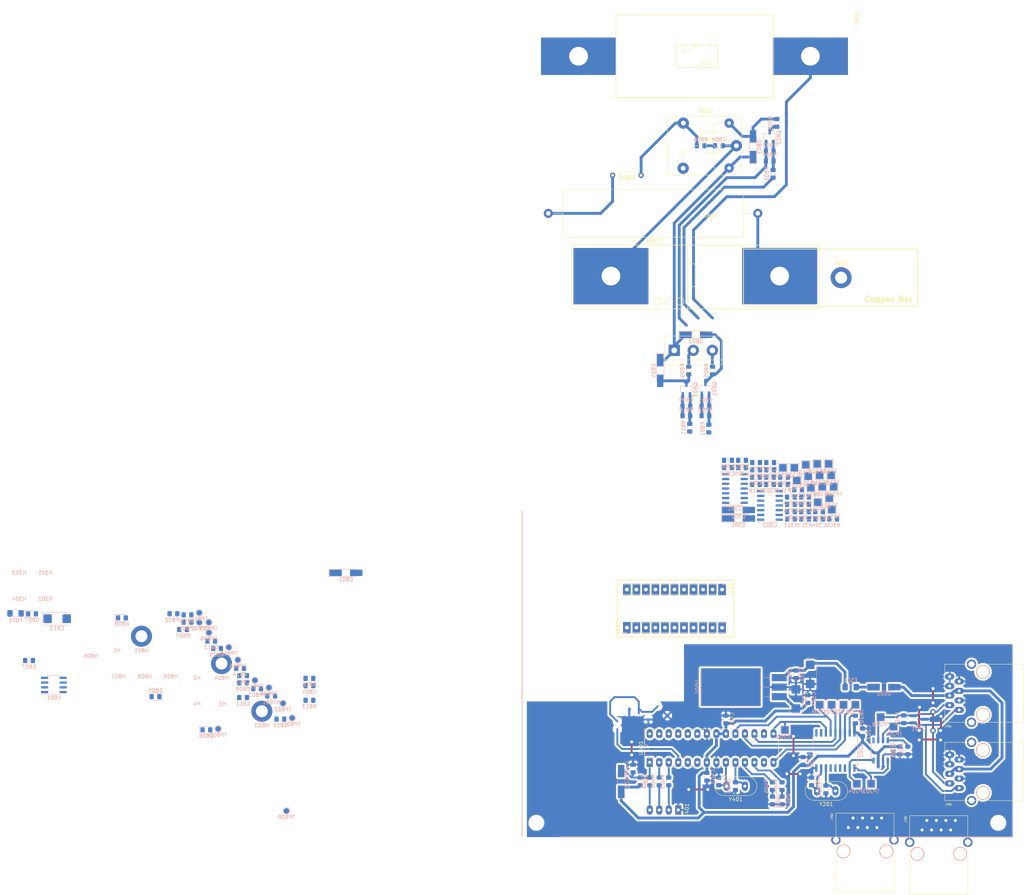
<source format=kicad_pcb>
(kicad_pcb (version 20171130) (host pcbnew 5.0.1)
  (layers (0 F.Cu jumper) (31 B.Cu signal) (34 B.Paste user) (35 F.Paste user) (36 B.SilkS user) (37 F.SilkS user) (38 B.Mask user) (39 F.Mask user) (44 Edge.Cuts user))
  (net 0 "")
  (net 1 GND)
  (net 2 +5V)
  (net 3 "Net-(C203-Pad1)")
  (net 4 "Net-(C204-Pad1)")
  (net 5 "Net-(C403-Pad1)")
  (net 6 "Net-(C404-Pad1)")
  (net 7 "Net-(C405-Pad2)")
  (net 8 "Net-(D501-Pad1)")
  (net 9 "Net-(R202-Pad1)")
  (net 10 "Net-(R203-Pad2)")
  (net 11 "Net-(J401-Pad3)")
  (net 12 "Net-(J401-Pad2)")
  (net 13 "Net-(U401-Pad5)")
  (net 14 "Net-(U401-Pad6)")
  (net 15 "Net-(U401-Pad13)")
  (net 16 "Net-(U401-Pad28)")
  (net 17 "Net-(U201-Pad5)")
  (net 18 "Net-(U202-Pad3)")
  (net 19 "Net-(U202-Pad4)")
  (net 20 "Net-(U202-Pad5)")
  (net 21 "Net-(U202-Pad6)")
  (net 22 "Net-(U202-Pad11)")
  (net 23 "Net-(D402-Pad2)")
  (net 24 "Net-(D403-Pad2)")
  (net 25 "Net-(U401-Pad16)")
  (net 26 "Net-(U202-Pad10)")
  (net 27 "Net-(C1-Pad1)")
  (net 28 GNDPWR)
  (net 29 "Net-(C501-Pad1)")
  (net 30 /CHARGER/Charge)
  (net 31 "Net-(R812-Pad2)")
  (net 32 /CHARGER/RL_ON)
  (net 33 /CHARGER/RL_OFF)
  (net 34 /CHARGER/+12V)
  (net 35 "Net-(D803-Pad2)")
  (net 36 "Net-(K801-Pad3)")
  (net 37 "Net-(C802-Pad1)")
  (net 38 "Net-(K801-Pad2)")
  (net 39 +12VA)
  (net 40 "Net-(R310-Pad2)")
  (net 41 /CONTROLLER/SCK)
  (net 42 /CONTROLLER/sheet5CA5A59C/CAN_H)
  (net 43 /CONTROLLER/sheet5CA5A59C/CAN_L)
  (net 44 "Net-(R310-Pad1)")
  (net 45 "Net-(R311-Pad1)")
  (net 46 /CHARGER/sig_cap+)
  (net 47 "Net-(C307-Pad1)")
  (net 48 /CHARGER/sheet5CBAED96/in2+)
  (net 49 "Net-(R317-Pad1)")
  (net 50 /CONTROLLER/sheet5CA5A59C/RXCAN)
  (net 51 /CONTROLLER/MISO)
  (net 52 /CONTROLLER/sheet5CA5A59C/TXCAN)
  (net 53 /CONTROLLER/sheet5CA5A59C/INT)
  (net 54 /CONTROLLER/sheet5CA5A59C/CS)
  (net 55 /CHARGER/sheet5CBAED96/in1+)
  (net 56 "Net-(C303-Pad1)")
  (net 57 /CHARGER/sig_bat+)
  (net 58 "Net-(R302-Pad1)")
  (net 59 "Net-(R301-Pad1)")
  (net 60 /CONTROLLER/MOSI)
  (net 61 "Net-(R301-Pad2)")
  (net 62 "Net-(R308-Pad1)")
  (net 63 /CHARGER/+CAP)
  (net 64 "Net-(C302-Pad1)")
  (net 65 /CHARGER/S_RL_ON)
  (net 66 /CHARGER/U_BAT+)
  (net 67 "Net-(D805-Pad2)")
  (net 68 "Net-(C809-Pad1)")
  (net 69 "Net-(D804-Pad2)")
  (net 70 "Net-(C806-Pad2)")
  (net 71 "Net-(C807-Pad2)")
  (net 72 "Net-(D802-Pad2)")
  (net 73 "Net-(C801-Pad1)")
  (net 74 /CONTROLLER/sheet5CA5A59D/LED1)
  (net 75 /CONTROLLER/sheet5CA5A59D/LED2)
  (net 76 /CONTROLLER/sheet5CA5A59D/USART_TX)
  (net 77 "Net-(D808-Pad2)")
  (net 78 "Net-(D806-Pad2)")
  (net 79 "Net-(D807-Pad2)")
  (net 80 "Net-(C305-Pad1)")
  (net 81 /CONTROLLER/sheet5CA5A59D/USART_RX)
  (net 82 GNDA)
  (net 83 "Net-(C306-Pad1)")
  (net 84 /CONTROLLER/sheet5CA5A59D/RESET)
  (net 85 "Net-(C301-Pad1)")
  (net 86 "Net-(K802-Pad4)")
  (net 87 "Net-(D801-Pad1)")
  (net 88 /CHARGER/+18V_IN)
  (net 89 "Net-(C803-Pad1)")
  (net 90 /CHARGER/U_BAT-)
  (net 91 /CONTROLLER/+18V_OUT)
  (net 92 /CONTROLLER/sig_cap+)
  (net 93 /CONTROLLER/sig_bat+)
  (net 94 /CONTROLLER/RL_OFF)
  (net 95 /CONTROLLER/RL_ON)
  (net 96 /CONTROLLER/Charge)
  (net 97 "Net-(U401-Pad4)")
  (net 98 /CHARGER/CH)
  (module Package_TO_SOT_SMD:TSOT-23_HandSoldering (layer B.Cu) (at 120.015 8.255 90)
    (fp_text reference Q803 (at 0 2.45 90) (layer B.SilkS) (effects (justify mirror)))
    (fp_text value BCV27)
    (pad 1 smd rect (at -1.71 0.95 90) (size 2 0.65) (layers B.Cu B.Paste B.Mask) (net 68 "Net-(C809-Pad1)"))
    (pad 2 smd rect (at -1.71 -0.95 90) (size 2 0.65) (layers B.Cu B.Paste B.Mask) (net 28 GNDPWR))
    (pad 3 smd rect (at 1.71 0 90) (size 2 0.65) (layers B.Cu B.Paste B.Mask) (net 69 "Net-(D804-Pad2)"))
  )
  (module Package_TO_SOT_SMD:TSOT-23_HandSoldering (layer B.Cu) (at 142.24 -59.055 90)
    (fp_text reference Q802 (at 0 2.45 90) (layer B.SilkS) (effects (justify mirror)))
    (fp_text value Q_NPN_BEC)
    (pad 3 smd rect (at 1.71 0 90) (size 2 0.65) (layers B.Cu B.Paste B.Mask) (net 65 /CHARGER/S_RL_ON))
    (pad 2 smd rect (at -1.71 -0.95 90) (size 2 0.65) (layers B.Cu B.Paste B.Mask) (net 28 GNDPWR))
    (pad 1 smd rect (at -1.71 0.95 90) (size 2 0.65) (layers B.Cu B.Paste B.Mask) (net 37 "Net-(C802-Pad1)"))
  )
  (module Package_TO_SOT_SMD:TSOT-23_HandSoldering (layer B.Cu) (at 125.095 8.06 90)
    (fp_text reference Q801 (at 0 2.45 90) (layer B.SilkS) (effects (justify mirror)))
    (fp_text value BCV27)
    (pad 1 smd rect (at -1.71 0.95 90) (size 2 0.65) (layers B.Cu B.Paste B.Mask) (net 73 "Net-(C801-Pad1)"))
    (pad 2 smd rect (at -1.71 -0.95 90) (size 2 0.65) (layers B.Cu B.Paste B.Mask) (net 28 GNDPWR))
    (pad 3 smd rect (at 1.71 0 90) (size 2 0.65) (layers B.Cu B.Paste B.Mask) (net 72 "Net-(D802-Pad2)"))
  )
  (module Relay_THT:Relay_SPDT_SANYOU_SRD_Series_Form_C (layer F.Cu) (at 133.358122 -56.767671 180)
    (fp_text reference K802 (at 8.1 9.2 180) (layer F.SilkS))
    (fp_text value SANYOU_SRD_Form_C)
    (pad 1 thru_hole circle (at 0 0 270) (size 3 3) (drill 1.3) (layers *.Cu *.Mask) (net 66 /CHARGER/U_BAT+))
    (pad 5 thru_hole circle (at 1.95 -5.95 270) (size 2.5 2.5) (drill 1) (layers *.Cu *.Mask) (net 34 /CHARGER/+12V))
    (pad 4 thru_hole circle (at 14.2 -6 270) (size 3 3) (drill 1.3) (layers *.Cu *.Mask) (net 86 "Net-(K802-Pad4)"))
    (pad 3 thru_hole circle (at 14.15 6.05 270) (size 3 3) (drill 1.3) (layers *.Cu *.Mask) (net 98 /CHARGER/CH))
    (pad 2 thru_hole circle (at 1.95 6.05 270) (size 2.5 2.5) (drill 1) (layers *.Cu *.Mask) (net 35 "Net-(D803-Pad2)"))
  )
  (module Diode_SMD:D_MiniMELF_Handsoldering (layer B.Cu) (at 29.21 57.15)
    (fp_text reference D801 (at 0 1.75) (layer B.SilkS) (effects (justify mirror)))
    (fp_text value LL4148)
    (pad 2 smd rect (at 2.75 0) (size 3.3 1.7) (layers B.Cu B.Paste B.Mask) (net 88 /CHARGER/+18V_IN))
    (pad 1 smd rect (at -2.75 0) (size 3.3 1.7) (layers B.Cu B.Paste B.Mask) (net 87 "Net-(D801-Pad1)"))
  )
  (module Diode_SMD:D_MiniMELF_Handsoldering (layer B.Cu) (at 113.03 3.175 270)
    (fp_text reference D804 (at 0 1.75 270) (layer B.SilkS) (effects (justify mirror)))
    (fp_text value LL4148)
    (pad 1 smd rect (at -2.75 0 270) (size 3.3 1.7) (layers B.Cu B.Paste B.Mask) (net 34 /CHARGER/+12V))
    (pad 2 smd rect (at 2.75 0 270) (size 3.3 1.7) (layers B.Cu B.Paste B.Mask) (net 69 "Net-(D804-Pad2)"))
  )
  (module Diode_SMD:D_MiniMELF_Handsoldering (layer B.Cu) (at 137.795 -56.515 90)
    (fp_text reference D803 (at 0 1.75 90) (layer B.SilkS) (effects (justify mirror)))
    (fp_text value LL4148)
    (pad 2 smd rect (at 2.75 0 90) (size 3.3 1.7) (layers B.Cu B.Paste B.Mask) (net 35 "Net-(D803-Pad2)"))
    (pad 1 smd rect (at -2.75 0 90) (size 3.3 1.7) (layers B.Cu B.Paste B.Mask) (net 34 /CHARGER/+12V))
  )
  (module Diode_SMD:D_MiniMELF_Handsoldering (layer B.Cu) (at 122.555 -6.35)
    (fp_text reference D802 (at 0 1.75) (layer B.SilkS) (effects (justify mirror)))
    (fp_text value LL4148)
    (pad 1 smd rect (at -2.75 0) (size 3.3 1.7) (layers B.Cu B.Paste B.Mask) (net 34 /CHARGER/+12V))
    (pad 2 smd rect (at 2.75 0) (size 3.3 1.7) (layers B.Cu B.Paste B.Mask) (net 72 "Net-(D802-Pad2)"))
  )
  (module LED_SMD:LED_0805_2012Metric_Pad1.15x1.40mm_HandSolder (layer B.Cu) (at -21.59 90.17 180)
    (fp_text reference D805 (at 0 1.65 180) (layer B.SilkS) (effects (justify mirror)))
    (fp_text value RED_LED)
    (pad 1 smd roundrect (at -1.025 0 180) (size 1.15 1.4) (layers B.Cu B.Paste B.Mask) (roundrect_rratio 0.217391) (net 28 GNDPWR))
    (pad 2 smd roundrect (at 1.025 0 180) (size 1.15 1.4) (layers B.Cu B.Paste B.Mask) (roundrect_rratio 0.217391) (net 67 "Net-(D805-Pad2)"))
  )
  (module KicadZeniteSolarLibrary18:Mega_Relay_K100 (layer F.Cu) (at 119.38 -8.255 90)
    (fp_text reference K801 (at 29.845 6.985 180) (layer F.SilkS))
    (fp_text value DIPxx-1Axx-13x)
    (pad 1 thru_hole rect (at -6.06 -2.6) (size 3 3) (drill 1.52) (layers *.Cu *.Mask) (net 34 /CHARGER/+12V))
    (pad 2 thru_hole circle (at -6.06 2.48) (size 3 3) (drill 1.52) (layers *.Cu *.Mask) (net 38 "Net-(K801-Pad2)"))
    (pad 3 thru_hole circle (at -6.06 7.56) (size 3 3) (drill 1.52) (layers *.Cu *.Mask) (net 36 "Net-(K801-Pad3)"))
    (pad 4 thru_hole rect (at 13.752 -19.491 90) (size 15 20) (drill 5) (layers *.Cu *.Mask) (net 66 /CHARGER/U_BAT+))
    (pad 5 thru_hole rect (at 13.752 25.509 90) (size 15 20) (drill 5) (layers *.Cu *.Mask) (net 63 /CHARGER/+CAP))
  )
  (module KicadZeniteSolarLibrary18:MegaFuse (layer F.Cu) (at 163.255 -80.645 270)
    (fp_text reference F802 (at -10.16 -2.286 270) (layer F.SilkS))
    (fp_text value "Fuse Mega 200A")
    (pad 2 thru_hole rect (at 0 72 270) (size 10 20) (drill 5) (layers *.Cu *.Mask) (net 90 /CHARGER/U_BAT-))
    (pad 1 thru_hole rect (at 0 10.16 270) (size 10 20) (drill 5) (layers *.Cu *.Mask) (net 28 GNDPWR))
  )
  (module Capacitor_SMD:C_0805_2012Metric_Pad1.15x1.40mm_HandSolder (layer B.Cu) (at -55.316298 80.52913)
    (fp_text reference C807 (at 0 1.65) (layer B.SilkS) (effects (justify mirror)))
    (fp_text value 100n)
    (pad 1 smd roundrect (at -1.025 0) (size 1.15 1.4) (layers B.Cu B.Paste B.Mask) (roundrect_rratio 0.217391) (net 63 /CHARGER/+CAP))
    (pad 2 smd roundrect (at 1.025 0) (size 1.15 1.4) (layers B.Cu B.Paste B.Mask) (roundrect_rratio 0.217391) (net 71 "Net-(C807-Pad2)"))
  )
  (module KicadZeniteSolarLibrary18:RJ45_YH59_01 (layer F.Cu) (at 163.195 125.095)
    (fp_text reference J703 (at -4.364296 -2.909696 -90) (layer F.SilkS) (effects (font (size 0.5 0.5) (thickness 0.1))))
    (fp_text value RJ45)
    (pad 9 thru_hole circle (at 12.2 3.296) (size 2.5 2.5) (drill 1.6) (layers *.Cu *.Mask))
    (pad 9 thru_hole circle (at -3.3 3.296) (size 2.5 2.5) (drill 1.6) (layers *.Cu *.Mask))
    (pad 8 thru_hole oval (at 8.895 -2.544) (size 1.6 2.5) (drill 0.8) (layers *.Cu *.Mask) (net 1 GND))
    (pad 7 thru_hole oval (at 7.625 -0.004) (size 1.6 2.5) (drill 0.8) (layers *.Cu *.Mask) (net 1 GND))
    (pad 6 thru_hole oval (at 6.355 -2.544) (size 1.6 2.5) (drill 0.8) (layers *.Cu *.Mask) (net 1 GND))
    (pad 5 thru_hole oval (at 5.085 -0.004) (size 1.6 2.5) (drill 0.8) (layers *.Cu *.Mask) (net 91 /CONTROLLER/+18V_OUT))
    (pad 4 thru_hole oval (at 3.815 -2.544) (size 1.6 2.5) (drill 0.8) (layers *.Cu *.Mask) (net 91 /CONTROLLER/+18V_OUT))
    (pad 3 thru_hole oval (at 2.545 -0.004) (size 1.6 2.5) (drill 0.8) (layers *.Cu *.Mask) (net 1 GND))
    (pad 2 thru_hole oval (at 1.275 -2.544) (size 1.6 2.5) (drill 0.8) (layers *.Cu *.Mask) (net 43 /CONTROLLER/sheet5CA5A59C/CAN_L))
    (pad 1 thru_hole oval (at 0.005 -0.004) (size 1.6 2.5) (drill 0.8) (layers *.Cu *.Mask) (net 42 /CONTROLLER/sheet5CA5A59C/CAN_H))
    (pad "" np_thru_hole circle (at -1.265 6.346) (size 3.65 3.65) (drill 3.2) (layers *.Cu *.SilkS *.Mask))
    (pad "" np_thru_hole circle (at 10.165 6.346) (size 3.65 3.65) (drill 3.2) (layers *.Cu *.SilkS *.Mask))
  )
  (module KicadZeniteSolarLibrary18:RJ45_YH59_01 (layer F.Cu) (at 182.88 125.73)
    (fp_text reference J704 (at -4.364296 -2.909696 -90) (layer F.SilkS) (effects (font (size 0.5 0.5) (thickness 0.1))))
    (fp_text value RJ45)
    (pad 9 thru_hole circle (at 12.2 3.296) (size 2.5 2.5) (drill 1.6) (layers *.Cu *.Mask))
    (pad 9 thru_hole circle (at -3.3 3.296) (size 2.5 2.5) (drill 1.6) (layers *.Cu *.Mask))
    (pad 8 thru_hole oval (at 8.895 -2.544) (size 1.6 2.5) (drill 0.8) (layers *.Cu *.Mask) (net 1 GND))
    (pad 7 thru_hole oval (at 7.625 -0.004) (size 1.6 2.5) (drill 0.8) (layers *.Cu *.Mask) (net 1 GND))
    (pad 6 thru_hole oval (at 6.355 -2.544) (size 1.6 2.5) (drill 0.8) (layers *.Cu *.Mask) (net 1 GND))
    (pad 5 thru_hole oval (at 5.085 -0.004) (size 1.6 2.5) (drill 0.8) (layers *.Cu *.Mask) (net 91 /CONTROLLER/+18V_OUT))
    (pad 4 thru_hole oval (at 3.815 -2.544) (size 1.6 2.5) (drill 0.8) (layers *.Cu *.Mask) (net 91 /CONTROLLER/+18V_OUT))
    (pad 3 thru_hole oval (at 2.545 -0.004) (size 1.6 2.5) (drill 0.8) (layers *.Cu *.Mask) (net 1 GND))
    (pad 2 thru_hole oval (at 1.275 -2.544) (size 1.6 2.5) (drill 0.8) (layers *.Cu *.Mask) (net 43 /CONTROLLER/sheet5CA5A59C/CAN_L))
    (pad 1 thru_hole oval (at 0.005 -0.004) (size 1.6 2.5) (drill 0.8) (layers *.Cu *.Mask) (net 42 /CONTROLLER/sheet5CA5A59C/CAN_H))
    (pad "" np_thru_hole circle (at -1.265 6.346) (size 3.65 3.65) (drill 3.2) (layers *.Cu *.SilkS *.Mask))
    (pad "" np_thru_hole circle (at 10.165 6.346) (size 3.65 3.65) (drill 3.2) (layers *.Cu *.SilkS *.Mask))
  )
  (module KicadZeniteSolarLibrary18:RJ45_YH59_01 (layer F.Cu) (at 192.778 93.716 90)
    (fp_text reference J701 (at -4.364296 -2.909696) (layer F.SilkS) (effects (font (size 0.5 0.5) (thickness 0.1))))
    (fp_text value RJ45)
    (pad "" np_thru_hole circle (at 10.165 6.346 90) (size 3.65 3.65) (drill 3.2) (layers *.Cu *.SilkS *.Mask))
    (pad "" np_thru_hole circle (at -1.265 6.346 90) (size 3.65 3.65) (drill 3.2) (layers *.Cu *.SilkS *.Mask))
    (pad 1 thru_hole oval (at 0.005 -0.004 90) (size 1.6 2.5) (drill 0.8) (layers *.Cu *.Mask) (net 42 /CONTROLLER/sheet5CA5A59C/CAN_H))
    (pad 2 thru_hole oval (at 1.275 -2.544 90) (size 1.6 2.5) (drill 0.8) (layers *.Cu *.Mask) (net 43 /CONTROLLER/sheet5CA5A59C/CAN_L))
    (pad 3 thru_hole oval (at 2.545 -0.004 90) (size 1.6 2.5) (drill 0.8) (layers *.Cu *.Mask) (net 1 GND))
    (pad 4 thru_hole oval (at 3.815 -2.544 90) (size 1.6 2.5) (drill 0.8) (layers *.Cu *.Mask) (net 91 /CONTROLLER/+18V_OUT))
    (pad 5 thru_hole oval (at 5.085 -0.004 90) (size 1.6 2.5) (drill 0.8) (layers *.Cu *.Mask) (net 91 /CONTROLLER/+18V_OUT))
    (pad 6 thru_hole oval (at 6.355 -2.544 90) (size 1.6 2.5) (drill 0.8) (layers *.Cu *.Mask) (net 1 GND))
    (pad 7 thru_hole oval (at 7.625 -0.004 90) (size 1.6 2.5) (drill 0.8) (layers *.Cu *.Mask) (net 1 GND))
    (pad 8 thru_hole oval (at 8.895 -2.544 90) (size 1.6 2.5) (drill 0.8) (layers *.Cu *.Mask) (net 1 GND))
    (pad 9 thru_hole circle (at -3.3 3.296 90) (size 2.5 2.5) (drill 1.6) (layers *.Cu *.Mask))
    (pad 9 thru_hole circle (at 12.2 3.296 90) (size 2.5 2.5) (drill 1.6) (layers *.Cu *.Mask))
  )
  (module KicadZeniteSolarLibrary18:RJ45_YH59_01 (layer F.Cu) (at 192.782 114.571 90)
    (fp_text reference J702 (at -4.364296 -2.909696) (layer F.SilkS) (effects (font (size 0.5 0.5) (thickness 0.1))))
    (fp_text value RJ45)
    (pad "" np_thru_hole circle (at 10.165 6.346 90) (size 3.65 3.65) (drill 3.2) (layers *.Cu *.SilkS *.Mask))
    (pad "" np_thru_hole circle (at -1.265 6.346 90) (size 3.65 3.65) (drill 3.2) (layers *.Cu *.SilkS *.Mask))
    (pad 1 thru_hole oval (at 0.005 -0.004 90) (size 1.6 2.5) (drill 0.8) (layers *.Cu *.Mask) (net 42 /CONTROLLER/sheet5CA5A59C/CAN_H))
    (pad 2 thru_hole oval (at 1.275 -2.544 90) (size 1.6 2.5) (drill 0.8) (layers *.Cu *.Mask) (net 43 /CONTROLLER/sheet5CA5A59C/CAN_L))
    (pad 3 thru_hole oval (at 2.545 -0.004 90) (size 1.6 2.5) (drill 0.8) (layers *.Cu *.Mask) (net 1 GND))
    (pad 4 thru_hole oval (at 3.815 -2.544 90) (size 1.6 2.5) (drill 0.8) (layers *.Cu *.Mask) (net 91 /CONTROLLER/+18V_OUT))
    (pad 5 thru_hole oval (at 5.085 -0.004 90) (size 1.6 2.5) (drill 0.8) (layers *.Cu *.Mask) (net 91 /CONTROLLER/+18V_OUT))
    (pad 6 thru_hole oval (at 6.355 -2.544 90) (size 1.6 2.5) (drill 0.8) (layers *.Cu *.Mask) (net 1 GND))
    (pad 7 thru_hole oval (at 7.625 -0.004 90) (size 1.6 2.5) (drill 0.8) (layers *.Cu *.Mask) (net 1 GND))
    (pad 8 thru_hole oval (at 8.895 -2.544 90) (size 1.6 2.5) (drill 0.8) (layers *.Cu *.Mask) (net 1 GND))
    (pad 9 thru_hole circle (at -3.3 3.296 90) (size 2.5 2.5) (drill 1.6) (layers *.Cu *.Mask))
    (pad 9 thru_hole circle (at 12.2 3.296 90) (size 2.5 2.5) (drill 1.6) (layers *.Cu *.Mask))
  )
  (module KicadZeniteSolarLibrary18:PinHeader_1x11_P2.54mm_Vertical_HandSoldering (layer F.Cu) (at 104.14 71.755 90)
    (fp_text reference J102 (at 0 -2.33 90) (layer F.SilkS))
    (fp_text value Conn_01x11_Male)
    (pad 1 thru_hole rect (at 0 0 90) (size 3 2) (drill 1) (layers *.Cu *.Mask) (net 1 GND))
    (pad 2 thru_hole rect (at 0 2.54 90) (size 3 2) (drill 1) (layers *.Cu *.Mask) (net 92 /CONTROLLER/sig_cap+))
    (pad 3 thru_hole rect (at 0 5.08 90) (size 3 2) (drill 1) (layers *.Cu *.Mask) (net 1 GND))
    (pad 4 thru_hole rect (at 0 7.62 90) (size 3 2) (drill 1) (layers *.Cu *.Mask) (net 93 /CONTROLLER/sig_bat+))
    (pad 5 thru_hole rect (at 0 10.16 90) (size 3 2) (drill 1) (layers *.Cu *.Mask) (net 1 GND))
    (pad 6 thru_hole rect (at 0 12.7 90) (size 3 2) (drill 1) (layers *.Cu *.Mask) (net 94 /CONTROLLER/RL_OFF))
    (pad 7 thru_hole rect (at 0 15.24 90) (size 3 2) (drill 1) (layers *.Cu *.Mask) (net 1 GND))
    (pad 8 thru_hole rect (at 0 17.78 90) (size 3 2) (drill 1) (layers *.Cu *.Mask) (net 95 /CONTROLLER/RL_ON))
    (pad 9 thru_hole rect (at 0 20.32 90) (size 3 2) (drill 1) (layers *.Cu *.Mask) (net 1 GND))
    (pad 10 thru_hole rect (at 0 22.86 90) (size 3 2) (drill 1) (layers *.Cu *.Mask) (net 96 /CONTROLLER/Charge))
    (pad 11 thru_hole rect (at 0 25.4 90) (size 3 2) (drill 1) (layers *.Cu *.Mask) (net 91 /CONTROLLER/+18V_OUT))
  )
  (module KicadZeniteSolarLibrary18:PinHeader_1x11_P2.54mm_Vertical_HandSoldering (layer F.Cu) (at 129.54 61.595 270)
    (fp_text reference J101 (at 0 -2.33 270) (layer F.SilkS))
    (fp_text value Conn_01x11_Male)
    (pad 11 thru_hole rect (at 0 25.4 270) (size 3 2) (drill 1) (layers *.Cu *.Mask) (net 88 /CHARGER/+18V_IN))
    (pad 10 thru_hole rect (at 0 22.86 270) (size 3 2) (drill 1) (layers *.Cu *.Mask) (net 30 /CHARGER/Charge))
    (pad 9 thru_hole rect (at 0 20.32 270) (size 3 2) (drill 1) (layers *.Cu *.Mask) (net 28 GNDPWR))
    (pad 8 thru_hole rect (at 0 17.78 270) (size 3 2) (drill 1) (layers *.Cu *.Mask) (net 32 /CHARGER/RL_ON))
    (pad 7 thru_hole rect (at 0 15.24 270) (size 3 2) (drill 1) (layers *.Cu *.Mask) (net 28 GNDPWR))
    (pad 6 thru_hole rect (at 0 12.7 270) (size 3 2) (drill 1) (layers *.Cu *.Mask) (net 33 /CHARGER/RL_OFF))
    (pad 5 thru_hole rect (at 0 10.16 270) (size 3 2) (drill 1) (layers *.Cu *.Mask) (net 28 GNDPWR))
    (pad 4 thru_hole rect (at 0 7.62 270) (size 3 2) (drill 1) (layers *.Cu *.Mask) (net 57 /CHARGER/sig_bat+))
    (pad 3 thru_hole rect (at 0 5.08 270) (size 3 2) (drill 1) (layers *.Cu *.Mask) (net 28 GNDPWR))
    (pad 2 thru_hole rect (at 0 2.54 270) (size 3 2) (drill 1) (layers *.Cu *.Mask) (net 46 /CHARGER/sig_cap+))
    (pad 1 thru_hole rect (at 0 0 270) (size 3 2) (drill 1) (layers *.Cu *.Mask) (net 28 GNDPWR))
  )
  (module Capacitor_SMD:C_0805_2012Metric_Pad1.15x1.40mm_HandSolder (layer B.Cu) (at 149.812271 34.991115)
    (fp_text reference C303 (at 0 1.65) (layer B.SilkS) (effects (justify mirror)))
    (fp_text value 100n)
    (pad 1 smd roundrect (at -1.025 0) (size 1.15 1.4) (layers B.Cu B.Paste B.Mask) (roundrect_rratio 0.217391) (net 56 "Net-(C303-Pad1)"))
    (pad 2 smd roundrect (at 1.025 0) (size 1.15 1.4) (layers B.Cu B.Paste B.Mask) (roundrect_rratio 0.217391) (net 28 GNDPWR))
  )
  (module Capacitor_SMD:C_0805_2012Metric_Pad1.15x1.40mm_HandSolder (layer B.Cu) (at 142.362271 29.681115)
    (fp_text reference C308 (at 0 1.65) (layer B.SilkS) (effects (justify mirror)))
    (fp_text value 100n)
    (pad 2 smd roundrect (at 1.025 0) (size 1.15 1.4) (layers B.Cu B.Paste B.Mask) (roundrect_rratio 0.217391) (net 28 GNDPWR))
    (pad 1 smd roundrect (at -1.025 0) (size 1.15 1.4) (layers B.Cu B.Paste B.Mask) (roundrect_rratio 0.217391) (net 39 +12VA))
  )
  (module Capacitor_SMD:C_0805_2012Metric_Pad1.15x1.40mm_HandSolder (layer B.Cu) (at 142.362271 27.731115)
    (fp_text reference C307 (at 0 1.65) (layer B.SilkS) (effects (justify mirror)))
    (fp_text value 100n)
    (pad 1 smd roundrect (at -1.025 0) (size 1.15 1.4) (layers B.Cu B.Paste B.Mask) (roundrect_rratio 0.217391) (net 47 "Net-(C307-Pad1)"))
    (pad 2 smd roundrect (at 1.025 0) (size 1.15 1.4) (layers B.Cu B.Paste B.Mask) (roundrect_rratio 0.217391) (net 28 GNDPWR))
  )
  (module Capacitor_SMD:C_0805_2012Metric_Pad1.15x1.40mm_HandSolder (layer B.Cu) (at 151.662271 38.891115)
    (fp_text reference C306 (at 0 1.65) (layer B.SilkS) (effects (justify mirror)))
    (fp_text value 100n)
    (pad 2 smd roundrect (at 1.025 0) (size 1.15 1.4) (layers B.Cu B.Paste B.Mask) (roundrect_rratio 0.217391) (net 46 /CHARGER/sig_cap+))
    (pad 1 smd roundrect (at -1.025 0) (size 1.15 1.4) (layers B.Cu B.Paste B.Mask) (roundrect_rratio 0.217391) (net 83 "Net-(C306-Pad1)"))
  )
  (module Capacitor_SMD:C_0805_2012Metric_Pad1.15x1.40mm_HandSolder (layer B.Cu) (at 146.062271 31.631115)
    (fp_text reference C305 (at 0 1.65) (layer B.SilkS) (effects (justify mirror)))
    (fp_text value 100n)
    (pad 1 smd roundrect (at -1.025 0) (size 1.15 1.4) (layers B.Cu B.Paste B.Mask) (roundrect_rratio 0.217391) (net 80 "Net-(C305-Pad1)"))
    (pad 2 smd roundrect (at 1.025 0) (size 1.15 1.4) (layers B.Cu B.Paste B.Mask) (roundrect_rratio 0.217391) (net 28 GNDPWR))
  )
  (module Capacitor_SMD:C_0805_2012Metric_Pad1.15x1.40mm_HandSolder (layer B.Cu) (at 155.412271 42.791115)
    (fp_text reference C304 (at 0 1.65) (layer B.SilkS) (effects (justify mirror)))
    (fp_text value 100n)
    (pad 2 smd roundrect (at 1.025 0) (size 1.15 1.4) (layers B.Cu B.Paste B.Mask) (roundrect_rratio 0.217391) (net 28 GNDPWR))
    (pad 1 smd roundrect (at -1.025 0) (size 1.15 1.4) (layers B.Cu B.Paste B.Mask) (roundrect_rratio 0.217391) (net 39 +12VA))
  )
  (module Capacitor_SMD:C_0805_2012Metric_Pad1.15x1.40mm_HandSolder (layer B.Cu) (at 131.112271 29.081115)
    (fp_text reference C302 (at 0 1.65) (layer B.SilkS) (effects (justify mirror)))
    (fp_text value 100n)
    (pad 1 smd roundrect (at -1.025 0) (size 1.15 1.4) (layers B.Cu B.Paste B.Mask) (roundrect_rratio 0.217391) (net 64 "Net-(C302-Pad1)"))
    (pad 2 smd roundrect (at 1.025 0) (size 1.15 1.4) (layers B.Cu B.Paste B.Mask) (roundrect_rratio 0.217391) (net 57 /CHARGER/sig_bat+))
  )
  (module Capacitor_SMD:C_0805_2012Metric_Pad1.15x1.40mm_HandSolder (layer B.Cu) (at 151.662271 40.841115)
    (fp_text reference C301 (at 0 1.65) (layer B.SilkS) (effects (justify mirror)))
    (fp_text value 100n)
    (pad 2 smd roundrect (at 1.025 0) (size 1.15 1.4) (layers B.Cu B.Paste B.Mask) (roundrect_rratio 0.217391) (net 28 GNDPWR))
    (pad 1 smd roundrect (at -1.025 0) (size 1.15 1.4) (layers B.Cu B.Paste B.Mask) (roundrect_rratio 0.217391) (net 85 "Net-(C301-Pad1)"))
  )
  (module Capacitor_SMD:C_0805_2012Metric_Pad1.15x1.40mm_HandSolder (layer B.Cu) (at 120.015 12.7 180)
    (fp_text reference C809 (at 0 1.65 180) (layer B.SilkS) (effects (justify mirror)))
    (fp_text value 100n)
    (pad 1 smd roundrect (at -1.025 0 180) (size 1.15 1.4) (layers B.Cu B.Paste B.Mask) (roundrect_rratio 0.217391) (net 68 "Net-(C809-Pad1)"))
    (pad 2 smd roundrect (at 1.025 0 180) (size 1.15 1.4) (layers B.Cu B.Paste B.Mask) (roundrect_rratio 0.217391) (net 28 GNDPWR))
  )
  (module Capacitor_SMD:C_0805_2012Metric_Pad1.15x1.40mm_HandSolder (layer B.Cu) (at 1.779262 86.50913)
    (fp_text reference C808 (at 0 1.65) (layer B.SilkS) (effects (justify mirror)))
    (fp_text value 100n)
    (pad 2 smd roundrect (at 1.025 0) (size 1.15 1.4) (layers B.Cu B.Paste B.Mask) (roundrect_rratio 0.217391) (net 28 GNDPWR))
    (pad 1 smd roundrect (at -1.025 0) (size 1.15 1.4) (layers B.Cu B.Paste B.Mask) (roundrect_rratio 0.217391) (net 34 /CHARGER/+12V))
  )
  (module Capacitor_SMD:C_0805_2012Metric_Pad1.15x1.40mm_HandSolder (layer B.Cu) (at 128.668122 -56.767671 180)
    (fp_text reference C806 (at 0 1.65 180) (layer B.SilkS) (effects (justify mirror)))
    (fp_text value 100n)
    (pad 1 smd roundrect (at -1.025 0 180) (size 1.15 1.4) (layers B.Cu B.Paste B.Mask) (roundrect_rratio 0.217391) (net 66 /CHARGER/U_BAT+))
    (pad 2 smd roundrect (at 1.025 0 180) (size 1.15 1.4) (layers B.Cu B.Paste B.Mask) (roundrect_rratio 0.217391) (net 70 "Net-(C806-Pad2)"))
  )
  (module Capacitor_SMD:C_0805_2012Metric_Pad1.15x1.40mm_HandSolder (layer B.Cu) (at -5.170738 77.30913)
    (fp_text reference C805 (at 0 1.65) (layer B.SilkS) (effects (justify mirror)))
    (fp_text value 100nF)
    (pad 2 smd roundrect (at 1.025 0) (size 1.15 1.4) (layers B.Cu B.Paste B.Mask) (roundrect_rratio 0.217391) (net 28 GNDPWR))
    (pad 1 smd roundrect (at -1.025 0) (size 1.15 1.4) (layers B.Cu B.Paste B.Mask) (roundrect_rratio 0.217391) (net 89 "Net-(C803-Pad1)"))
  )
  (module Capacitor_SMD:C_0805_2012Metric_Pad1.15x1.40mm_HandSolder (layer B.Cu) (at 19.469262 87.241714)
    (fp_text reference C804 (at 0 1.65) (layer B.SilkS) (effects (justify mirror)))
    (fp_text value 100n)
    (pad 1 smd roundrect (at -1.025 0) (size 1.15 1.4) (layers B.Cu B.Paste B.Mask) (roundrect_rratio 0.217391) (net 28 GNDPWR))
    (pad 2 smd roundrect (at 1.025 0) (size 1.15 1.4) (layers B.Cu B.Paste B.Mask) (roundrect_rratio 0.217391) (net 34 /CHARGER/+12V))
  )
  (module Capacitor_SMD:C_0805_2012Metric_Pad1.15x1.40mm_HandSolder (layer B.Cu) (at 1.779262 84.55913)
    (fp_text reference C803 (at 0 1.65) (layer B.SilkS) (effects (justify mirror)))
    (fp_text value 1uF)
    (pad 2 smd roundrect (at 1.025 0) (size 1.15 1.4) (layers B.Cu B.Paste B.Mask) (roundrect_rratio 0.217391) (net 28 GNDPWR))
    (pad 1 smd roundrect (at -1.025 0) (size 1.15 1.4) (layers B.Cu B.Paste B.Mask) (roundrect_rratio 0.217391) (net 89 "Net-(C803-Pad1)"))
  )
  (module Capacitor_SMD:C_0805_2012Metric_Pad1.15x1.40mm_HandSolder (layer B.Cu) (at 142.24 -55.245 180)
    (fp_text reference C802 (at 0 1.65 180) (layer B.SilkS) (effects (justify mirror)))
    (fp_text value 100n)
    (pad 1 smd roundrect (at -1.025 0 180) (size 1.15 1.4) (layers B.Cu B.Paste B.Mask) (roundrect_rratio 0.217391) (net 37 "Net-(C802-Pad1)"))
    (pad 2 smd roundrect (at 1.025 0 180) (size 1.15 1.4) (layers B.Cu B.Paste B.Mask) (roundrect_rratio 0.217391) (net 28 GNDPWR))
  )
  (module Capacitor_SMD:C_0805_2012Metric_Pad1.15x1.40mm_HandSolder (layer B.Cu) (at 125.095 12.7 180)
    (fp_text reference C801 (at 0 1.65 180) (layer B.SilkS) (effects (justify mirror)))
    (fp_text value 100n)
    (pad 2 smd roundrect (at 1.025 0 180) (size 1.15 1.4) (layers B.Cu B.Paste B.Mask) (roundrect_rratio 0.217391) (net 28 GNDPWR))
    (pad 1 smd roundrect (at -1.025 0 180) (size 1.15 1.4) (layers B.Cu B.Paste B.Mask) (roundrect_rratio 0.217391) (net 73 "Net-(C801-Pad1)"))
  )
  (module Capacitor_SMD:C_0805_2012Metric_Pad1.15x1.40mm_HandSolder (layer B.Cu) (at -6.720738 75.35913)
    (fp_text reference C812 (at 0 1.65) (layer B.SilkS) (effects (justify mirror)))
    (fp_text value 4700u)
    (pad 1 smd roundrect (at -1.025 0) (size 1.15 1.4) (layers B.Cu B.Paste B.Mask) (roundrect_rratio 0.217391) (net 34 /CHARGER/+12V))
    (pad 2 smd roundrect (at 1.025 0) (size 1.15 1.4) (layers B.Cu B.Paste B.Mask) (roundrect_rratio 0.217391) (net 28 GNDPWR))
  )
  (module Capacitor_SMD:C_0805_2012Metric_Pad1.15x1.40mm_HandSolder (layer B.Cu) (at 1.779262 90.40913)
    (fp_text reference C811 (at 0 1.65) (layer B.SilkS) (effects (justify mirror)))
    (fp_text value 100nF)
    (pad 2 smd roundrect (at 1.025 0) (size 1.15 1.4) (layers B.Cu B.Paste B.Mask) (roundrect_rratio 0.217391) (net 28 GNDPWR))
    (pad 1 smd roundrect (at -1.025 0) (size 1.15 1.4) (layers B.Cu B.Paste B.Mask) (roundrect_rratio 0.217391) (net 34 /CHARGER/+12V))
  )
  (module Capacitor_SMD:C_0805_2012Metric_Pad1.15x1.40mm_HandSolder (layer B.Cu) (at 11.729262 96.15913)
    (fp_text reference C810 (at 0 1.65) (layer B.SilkS) (effects (justify mirror)))
    (fp_text value 100n)
    (pad 1 smd roundrect (at -1.025 0) (size 1.15 1.4) (layers B.Cu B.Paste B.Mask) (roundrect_rratio 0.217391) (net 34 /CHARGER/+12V))
    (pad 2 smd roundrect (at 1.025 0) (size 1.15 1.4) (layers B.Cu B.Paste B.Mask) (roundrect_rratio 0.217391) (net 28 GNDPWR))
  )
  (module Capacitor_Tantalum_SMD:CP_EIA-6032-20_AVX-F_Pad2.25x2.35mm_HandSolder (layer B.Cu) (at -47.820738 69.37913)
    (fp_text reference C813 (at 0 2.55) (layer B.SilkS) (effects (justify mirror)))
    (fp_text value 1uF)
    (pad 1 smd roundrect (at -2.55 0) (size 2.25 2.35) (layers B.Cu B.Paste B.Mask) (roundrect_rratio 0.111111) (net 34 /CHARGER/+12V))
    (pad 2 smd roundrect (at 2.55 0) (size 2.25 2.35) (layers B.Cu B.Paste B.Mask) (roundrect_rratio 0.111111) (net 28 GNDPWR))
  )
  (module Diode_SMD:D_MiniMELF_Handsoldering (layer B.Cu) (at 133.912271 42.641115)
    (fp_text reference D301 (at 0 1.75) (layer B.SilkS) (effects (justify mirror)))
    (fp_text value 4V7)
    (pad 2 smd rect (at 2.75 0) (size 3.3 1.7) (layers B.Cu B.Paste B.Mask) (net 28 GNDPWR))
    (pad 1 smd rect (at -2.75 0) (size 3.3 1.7) (layers B.Cu B.Paste B.Mask) (net 57 /CHARGER/sig_bat+))
  )
  (module Diode_SMD:D_MiniMELF_Handsoldering (layer B.Cu) (at 133.912271 40.391115)
    (fp_text reference D302 (at 0 1.75) (layer B.SilkS) (effects (justify mirror)))
    (fp_text value 4V7)
    (pad 1 smd rect (at -2.75 0) (size 3.3 1.7) (layers B.Cu B.Paste B.Mask) (net 46 /CHARGER/sig_cap+))
    (pad 2 smd rect (at 2.75 0) (size 3.3 1.7) (layers B.Cu B.Paste B.Mask) (net 28 GNDPWR))
  )
  (module Fuse:Fuse_1206_3216Metric_Pad1.42x1.75mm_HandSolder (layer B.Cu) (at -58.910738 67.95913)
    (fp_text reference F801 (at 0 1.82) (layer B.SilkS) (effects (justify mirror)))
    (fp_text value 500mA)
    (pad 1 smd roundrect (at -1.4875 0) (size 1.425 1.75) (layers B.Cu B.Paste B.Mask) (roundrect_rratio 0.175439) (net 87 "Net-(D801-Pad1)"))
    (pad 2 smd roundrect (at 1.4875 0) (size 1.425 1.75) (layers B.Cu B.Paste B.Mask) (roundrect_rratio 0.175439) (net 89 "Net-(C803-Pad1)"))
  )
  (module LED_SMD:LED_0805_2012Metric_Pad1.15x1.40mm_HandSolder (layer B.Cu) (at -30.535738 69.16413)
    (fp_text reference D808 (at 0 1.65) (layer B.SilkS) (effects (justify mirror)))
    (fp_text value GRN_LED)
    (pad 1 smd roundrect (at -1.025 0) (size 1.15 1.4) (layers B.Cu B.Paste B.Mask) (roundrect_rratio 0.217391) (net 28 GNDPWR))
    (pad 2 smd roundrect (at 1.025 0) (size 1.15 1.4) (layers B.Cu B.Paste B.Mask) (roundrect_rratio 0.217391) (net 77 "Net-(D808-Pad2)"))
  )
  (module LED_SMD:LED_0805_2012Metric_Pad1.15x1.40mm_HandSolder (layer B.Cu) (at -54.515738 68.08413)
    (fp_text reference D807 (at 0 1.65) (layer B.SilkS) (effects (justify mirror)))
    (fp_text value YLW_LED)
    (pad 1 smd roundrect (at -1.025 0) (size 1.15 1.4) (layers B.Cu B.Paste B.Mask) (roundrect_rratio 0.217391) (net 65 /CHARGER/S_RL_ON))
    (pad 2 smd roundrect (at 1.025 0) (size 1.15 1.4) (layers B.Cu B.Paste B.Mask) (roundrect_rratio 0.217391) (net 79 "Net-(D807-Pad2)"))
  )
  (module LED_SMD:LED_0805_2012Metric_Pad1.15x1.40mm_HandSolder (layer B.Cu) (at -8.015738 99.01413)
    (fp_text reference D806 (at 0 1.65) (layer B.SilkS) (effects (justify mirror)))
    (fp_text value GRN_LED)
    (pad 2 smd roundrect (at 1.025 0) (size 1.15 1.4) (layers B.Cu B.Paste B.Mask) (roundrect_rratio 0.217391) (net 78 "Net-(D806-Pad2)"))
    (pad 1 smd roundrect (at -1.025 0) (size 1.15 1.4) (layers B.Cu B.Paste B.Mask) (roundrect_rratio 0.217391) (net 28 GNDPWR))
  )
  (module MountingHole:MountingHole_3.2mm_M3 (layer B.Cu) (at -38.820738 75.15913)
    (fp_text reference H806 (at 0 4.2) (layer B.SilkS) (effects (justify mirror)))
    (fp_text value MountingHole)
    (pad 1 np_thru_hole circle (at 0 0) (size 3.2 3.2) (drill 3.2) (layers *.Cu *.Mask))
  )
  (module MountingHole:MountingHole_3.2mm_M3 (layer B.Cu) (at -57.910738 59.87913)
    (fp_text reference H304 (at 0 4.2) (layer B.SilkS) (effects (justify mirror)))
    (fp_text value MountingHole)
    (pad 1 np_thru_hole circle (at 0 0) (size 3.2 3.2) (drill 3.2) (layers *.Cu *.Mask))
  )
  (module MountingHole:MountingHole_3.2mm_M3 (layer B.Cu) (at -31.370738 80.60913)
    (fp_text reference H807 (at 0 4.2) (layer B.SilkS) (effects (justify mirror)))
    (fp_text value MountingHole)
    (pad 1 np_thru_hole circle (at 0 0) (size 3.2 3.2) (drill 3.2) (layers *.Cu *.Mask))
  )
  (module MountingHole:MountingHole_3.2mm_M3 (layer B.Cu) (at -24.420738 80.60913)
    (fp_text reference H808 (at 0 4.2) (layer B.SilkS) (effects (justify mirror)))
    (fp_text value MountingHole)
    (pad 1 np_thru_hole circle (at 0 0) (size 3.2 3.2) (drill 3.2) (layers *.Cu *.Mask))
  )
  (module MountingHole:MountingHole_3.2mm_M3 (layer B.Cu) (at -17.470738 80.60913)
    (fp_text reference H805 (at 0 4.2) (layer B.SilkS) (effects (justify mirror)))
    (fp_text value MountingHole)
    (pad 1 np_thru_hole circle (at 0 0) (size 3.2 3.2) (drill 3.2) (layers *.Cu *.Mask))
  )
  (module MountingHole:MountingHole_3.2mm_M3 (layer B.Cu) (at -57.910738 52.92913)
    (fp_text reference H303 (at 0 4.2) (layer B.SilkS) (effects (justify mirror)))
    (fp_text value MountingHole)
    (pad 1 np_thru_hole circle (at 0 0) (size 3.2 3.2) (drill 3.2) (layers *.Cu *.Mask))
  )
  (module MountingHole:MountingHole_3.2mm_M3 (layer B.Cu) (at -50.960738 59.87913)
    (fp_text reference H302 (at 0 4.2) (layer B.SilkS) (effects (justify mirror)))
    (fp_text value MountingHole)
    (pad 1 np_thru_hole circle (at 0 0) (size 3.2 3.2) (drill 3.2) (layers *.Cu *.Mask))
  )
  (module MountingHole:MountingHole_3.2mm_M3 (layer B.Cu) (at -10.520738 87.90913)
    (fp_text reference H4 (at 0 4.2) (layer B.SilkS) (effects (justify mirror)))
    (fp_text value MountingHole)
    (pad 1 np_thru_hole circle (at 0 0) (size 3.2 3.2) (drill 3.2) (layers *.Cu *.Mask))
  )
  (module MountingHole:MountingHole_3.2mm_M3 (layer B.Cu) (at -3.570738 87.90913)
    (fp_text reference H3 (at 0 4.2) (layer B.SilkS) (effects (justify mirror)))
    (fp_text value MountingHole)
    (pad 1 np_thru_hole circle (at 0 0) (size 3.2 3.2) (drill 3.2) (layers *.Cu *.Mask))
  )
  (module MountingHole:MountingHole_3.2mm_M3 (layer B.Cu) (at -10.520738 80.95913)
    (fp_text reference H2 (at 0 4.2) (layer B.SilkS) (effects (justify mirror)))
    (fp_text value MountingHole)
    (pad 1 np_thru_hole circle (at 0 0) (size 3.2 3.2) (drill 3.2) (layers *.Cu *.Mask))
  )
  (module MountingHole:MountingHole_3.2mm_M3 (layer B.Cu) (at -31.870738 73.65913)
    (fp_text reference H1 (at 0 4.2) (layer B.SilkS) (effects (justify mirror)))
    (fp_text value MountingHole)
    (pad 1 np_thru_hole circle (at 0 0) (size 3.2 3.2) (drill 3.2) (layers *.Cu *.Mask))
  )
  (module MountingHole:MountingHole_3.2mm_M3 (layer B.Cu) (at -50.960738 52.92913)
    (fp_text reference H301 (at 0 4.2) (layer B.SilkS) (effects (justify mirror)))
    (fp_text value MountingHole)
    (pad 1 np_thru_hole circle (at 0 0) (size 3.2 3.2) (drill 3.2) (layers *.Cu *.Mask))
  )
  (module MountingHole:MountingHole_3.2mm_M3_DIN965_Pad (layer B.Cu) (at -25.320738 74.05913)
    (fp_text reference H801 (at 0 3.8) (layer B.SilkS) (effects (justify mirror)))
    (fp_text value U_BAT+)
    (pad 1 thru_hole circle (at 0 0) (size 5.6 5.6) (drill 3.2) (layers *.Cu *.Mask) (net 66 /CHARGER/U_BAT+))
  )
  (module MountingHole:MountingHole_3.2mm_M3_DIN965_Pad (layer F.Cu) (at 161.29 -21.59)
    (fp_text reference H802 (at 0 -3.8) (layer F.SilkS))
    (fp_text value +BAT)
    (pad 1 thru_hole circle (at 0 0) (size 5.6 5.6) (drill 3.2) (layers *.Cu *.Mask) (net 63 /CHARGER/+CAP))
  )
  (module MountingHole:MountingHole_3.2mm_M3_DIN965_Pad (layer B.Cu) (at -3.970738 81.35913)
    (fp_text reference H804 (at 0 3.8) (layer B.SilkS) (effects (justify mirror)))
    (fp_text value F_BAT-)
    (pad 1 thru_hole circle (at 0 0) (size 5.6 5.6) (drill 3.2) (layers *.Cu *.Mask) (net 28 GNDPWR))
  )
  (module MountingHole:MountingHole_3.2mm_M3_DIN965_Pad (layer B.Cu) (at 6.779262 94.05913)
    (fp_text reference H803 (at 0 3.8) (layer B.SilkS) (effects (justify mirror)))
    (fp_text value U_BAT-)
    (pad 1 thru_hole circle (at 0 0) (size 5.6 5.6) (drill 3.2) (layers *.Cu *.Mask) (net 90 /CHARGER/U_BAT-))
  )
  (module Package_SO:SOIC-14_3.9x8.7mm_P1.27mm (layer B.Cu) (at 132.962271 34.661115)
    (fp_text reference U301 (at 0 5.28) (layer B.SilkS) (effects (justify mirror)))
    (fp_text value LM324)
    (pad 14 smd roundrect (at 2.475 3.81) (size 1.95 0.6) (layers B.Cu B.Paste B.Mask))
    (pad 13 smd roundrect (at 2.475 2.54) (size 1.95 0.6) (layers B.Cu B.Paste B.Mask))
    (pad 12 smd roundrect (at 2.475 1.27) (size 1.95 0.6) (layers B.Cu B.Paste B.Mask))
    (pad 11 smd roundrect (at 2.475 0) (size 1.95 0.6) (layers B.Cu B.Paste B.Mask) (net 28 GNDPWR))
    (pad 10 smd roundrect (at 2.475 -1.27) (size 1.95 0.6) (layers B.Cu B.Paste B.Mask) (net 62 "Net-(R308-Pad1)"))
    (pad 9 smd roundrect (at 2.475 -2.54) (size 1.95 0.6) (layers B.Cu B.Paste B.Mask) (net 61 "Net-(R301-Pad2)"))
    (pad 8 smd roundrect (at 2.475 -3.81) (size 1.95 0.6) (layers B.Cu B.Paste B.Mask) (net 59 "Net-(R301-Pad1)"))
    (pad 7 smd roundrect (at -2.475 -3.81) (size 1.95 0.6) (layers B.Cu B.Paste B.Mask) (net 57 /CHARGER/sig_bat+))
    (pad 6 smd roundrect (at -2.475 -2.54) (size 1.95 0.6) (layers B.Cu B.Paste B.Mask) (net 57 /CHARGER/sig_bat+))
    (pad 5 smd roundrect (at -2.475 -1.27) (size 1.95 0.6) (layers B.Cu B.Paste B.Mask) (net 56 "Net-(C303-Pad1)"))
    (pad 4 smd roundrect (at -2.475 0) (size 1.95 0.6) (layers B.Cu B.Paste B.Mask) (net 39 +12VA))
    (pad 3 smd roundrect (at -2.475 1.27) (size 1.95 0.6) (layers B.Cu B.Paste B.Mask))
    (pad 2 smd roundrect (at -2.475 2.54) (size 1.95 0.6) (layers B.Cu B.Paste B.Mask))
    (pad 1 smd roundrect (at -2.475 3.81) (size 1.95 0.6) (layers B.Cu B.Paste B.Mask))
  )
  (module Package_SO:SOIC-14_3.9x8.7mm_P1.27mm (layer B.Cu) (at 142.312271 39.161115)
    (fp_text reference U302 (at 0 5.28) (layer B.SilkS) (effects (justify mirror)))
    (fp_text value LM324)
    (pad 1 smd roundrect (at -2.475 3.81) (size 1.95 0.6) (layers B.Cu B.Paste B.Mask))
    (pad 2 smd roundrect (at -2.475 2.54) (size 1.95 0.6) (layers B.Cu B.Paste B.Mask))
    (pad 3 smd roundrect (at -2.475 1.27) (size 1.95 0.6) (layers B.Cu B.Paste B.Mask))
    (pad 4 smd roundrect (at -2.475 0) (size 1.95 0.6) (layers B.Cu B.Paste B.Mask) (net 39 +12VA))
    (pad 5 smd roundrect (at -2.475 -1.27) (size 1.95 0.6) (layers B.Cu B.Paste B.Mask) (net 47 "Net-(C307-Pad1)"))
    (pad 6 smd roundrect (at -2.475 -2.54) (size 1.95 0.6) (layers B.Cu B.Paste B.Mask) (net 46 /CHARGER/sig_cap+))
    (pad 7 smd roundrect (at -2.475 -3.81) (size 1.95 0.6) (layers B.Cu B.Paste B.Mask) (net 46 /CHARGER/sig_cap+))
    (pad 8 smd roundrect (at 2.475 -3.81) (size 1.95 0.6) (layers B.Cu B.Paste B.Mask) (net 44 "Net-(R310-Pad1)"))
    (pad 9 smd roundrect (at 2.475 -2.54) (size 1.95 0.6) (layers B.Cu B.Paste B.Mask) (net 40 "Net-(R310-Pad2)"))
    (pad 10 smd roundrect (at 2.475 -1.27) (size 1.95 0.6) (layers B.Cu B.Paste B.Mask) (net 49 "Net-(R317-Pad1)"))
    (pad 11 smd roundrect (at 2.475 0) (size 1.95 0.6) (layers B.Cu B.Paste B.Mask) (net 28 GNDPWR))
    (pad 12 smd roundrect (at 2.475 1.27) (size 1.95 0.6) (layers B.Cu B.Paste B.Mask))
    (pad 13 smd roundrect (at 2.475 2.54) (size 1.95 0.6) (layers B.Cu B.Paste B.Mask))
    (pad 14 smd roundrect (at 2.475 3.81) (size 1.95 0.6) (layers B.Cu B.Paste B.Mask))
  )
  (module Package_SO:SOIC-8_3.9x4.9mm_P1.27mm (layer B.Cu) (at -48.685739 87.049131)
    (fp_text reference U801 (at 0 3.4) (layer B.SilkS) (effects (justify mirror)))
    (fp_text value LM7812)
    (pad 1 smd roundrect (at -2.475 1.905) (size 1.95 0.6) (layers B.Cu B.Paste B.Mask) (net 89 "Net-(C803-Pad1)"))
    (pad 2 smd roundrect (at -2.475 0.635) (size 1.95 0.6) (layers B.Cu B.Paste B.Mask) (net 28 GNDPWR))
    (pad 3 smd roundrect (at -2.475 -0.635) (size 1.95 0.6) (layers B.Cu B.Paste B.Mask) (net 34 /CHARGER/+12V))
    (pad 4 smd roundrect (at -2.475 -1.905) (size 1.95 0.6) (layers B.Cu B.Paste B.Mask))
    (pad 5 smd roundrect (at 2.475 -1.905) (size 1.95 0.6) (layers B.Cu B.Paste B.Mask))
    (pad 6 smd roundrect (at 2.475 -0.635) (size 1.95 0.6) (layers B.Cu B.Paste B.Mask))
    (pad 7 smd roundrect (at 2.475 0.635) (size 1.95 0.6) (layers B.Cu B.Paste B.Mask))
    (pad 8 smd roundrect (at 2.475 1.905) (size 1.95 0.6) (layers B.Cu B.Paste B.Mask))
  )
  (module Resistor_SMD:R_0805_2012Metric_Pad1.15x1.40mm_HandSolder (layer B.Cu) (at 147.912271 42.791115)
    (fp_text reference R311 (at 0 1.65) (layer B.SilkS) (effects (justify mirror)))
    (fp_text value 100k)
    (pad 1 smd roundrect (at -1.025 0) (size 1.15 1.4) (layers B.Cu B.Paste B.Mask) (roundrect_rratio 0.217391) (net 45 "Net-(R311-Pad1)"))
    (pad 2 smd roundrect (at 1.025 0) (size 1.15 1.4) (layers B.Cu B.Paste B.Mask) (roundrect_rratio 0.217391) (net 82 GNDA))
  )
  (module Resistor_SMD:R_0805_2012Metric_Pad1.15x1.40mm_HandSolder (layer B.Cu) (at 131.112271 27.131115)
    (fp_text reference R306 (at 0 1.65) (layer B.SilkS) (effects (justify mirror)))
    (fp_text value 1k)
    (pad 2 smd roundrect (at 1.025 0) (size 1.15 1.4) (layers B.Cu B.Paste B.Mask) (roundrect_rratio 0.217391) (net 85 "Net-(C301-Pad1)"))
    (pad 1 smd roundrect (at -1.025 0) (size 1.15 1.4) (layers B.Cu B.Paste B.Mask) (roundrect_rratio 0.217391) (net 64 "Net-(C302-Pad1)"))
  )
  (module Resistor_SMD:R_0805_2012Metric_Pad1.15x1.40mm_HandSolder (layer B.Cu) (at 138.562271 31.631115)
    (fp_text reference R305 (at 0 1.65) (layer B.SilkS) (effects (justify mirror)))
    (fp_text value 1k)
    (pad 1 smd roundrect (at -1.025 0) (size 1.15 1.4) (layers B.Cu B.Paste B.Mask) (roundrect_rratio 0.217391) (net 85 "Net-(C301-Pad1)"))
    (pad 2 smd roundrect (at 1.025 0) (size 1.15 1.4) (layers B.Cu B.Paste B.Mask) (roundrect_rratio 0.217391) (net 59 "Net-(R301-Pad1)"))
  )
  (module Resistor_SMD:R_0805_2012Metric_Pad1.15x1.40mm_HandSolder (layer B.Cu) (at 134.862271 29.081115)
    (fp_text reference R304 (at 0 1.65) (layer B.SilkS) (effects (justify mirror)))
    (fp_text value 10k)
    (pad 2 smd roundrect (at 1.025 0) (size 1.15 1.4) (layers B.Cu B.Paste B.Mask) (roundrect_rratio 0.217391) (net 58 "Net-(R302-Pad1)"))
    (pad 1 smd roundrect (at -1.025 0) (size 1.15 1.4) (layers B.Cu B.Paste B.Mask) (roundrect_rratio 0.217391) (net 55 /CHARGER/sheet5CBAED96/in1+))
  )
  (module Resistor_SMD:R_0805_2012Metric_Pad1.15x1.40mm_HandSolder (layer B.Cu) (at 142.312271 33.581115)
    (fp_text reference R303 (at 0 1.65) (layer B.SilkS) (effects (justify mirror)))
    (fp_text value 10k)
    (pad 1 smd roundrect (at -1.025 0) (size 1.15 1.4) (layers B.Cu B.Paste B.Mask) (roundrect_rratio 0.217391) (net 61 "Net-(R301-Pad2)"))
    (pad 2 smd roundrect (at 1.025 0) (size 1.15 1.4) (layers B.Cu B.Paste B.Mask) (roundrect_rratio 0.217391) (net 58 "Net-(R302-Pad1)"))
  )
  (module Resistor_SMD:R_0805_2012Metric_Pad1.15x1.40mm_HandSolder (layer B.Cu) (at 134.862271 27.131115)
    (fp_text reference R302 (at 0 1.65) (layer B.SilkS) (effects (justify mirror)))
    (fp_text value 100k)
    (pad 2 smd roundrect (at 1.025 0) (size 1.15 1.4) (layers B.Cu B.Paste B.Mask) (roundrect_rratio 0.217391) (net 82 GNDA))
    (pad 1 smd roundrect (at -1.025 0) (size 1.15 1.4) (layers B.Cu B.Paste B.Mask) (roundrect_rratio 0.217391) (net 58 "Net-(R302-Pad1)"))
  )
  (module Resistor_SMD:R_0805_2012Metric_Pad1.15x1.40mm_HandSolder (layer B.Cu) (at 147.912271 40.841115)
    (fp_text reference R301 (at 0 1.65) (layer B.SilkS) (effects (justify mirror)))
    (fp_text value 10k)
    (pad 1 smd roundrect (at -1.025 0) (size 1.15 1.4) (layers B.Cu B.Paste B.Mask) (roundrect_rratio 0.217391) (net 59 "Net-(R301-Pad1)"))
    (pad 2 smd roundrect (at 1.025 0) (size 1.15 1.4) (layers B.Cu B.Paste B.Mask) (roundrect_rratio 0.217391) (net 61 "Net-(R301-Pad2)"))
  )
  (module Resistor_SMD:R_0805_2012Metric_Pad1.15x1.40mm_HandSolder (layer B.Cu) (at 138.562271 33.581115)
    (fp_text reference R318 (at 0 1.65) (layer B.SilkS) (effects (justify mirror)))
    (fp_text value 10k)
    (pad 2 smd roundrect (at 1.025 0) (size 1.15 1.4) (layers B.Cu B.Paste B.Mask) (roundrect_rratio 0.217391) (net 49 "Net-(R317-Pad1)"))
    (pad 1 smd roundrect (at -1.025 0) (size 1.15 1.4) (layers B.Cu B.Paste B.Mask) (roundrect_rratio 0.217391) (net 28 GNDPWR))
  )
  (module Resistor_SMD:R_0805_2012Metric_Pad1.15x1.40mm_HandSolder (layer B.Cu) (at 151.662271 42.791115)
    (fp_text reference R317 (at 0 1.65) (layer B.SilkS) (effects (justify mirror)))
    (fp_text value 10k)
    (pad 1 smd roundrect (at -1.025 0) (size 1.15 1.4) (layers B.Cu B.Paste B.Mask) (roundrect_rratio 0.217391) (net 49 "Net-(R317-Pad1)"))
    (pad 2 smd roundrect (at 1.025 0) (size 1.15 1.4) (layers B.Cu B.Paste B.Mask) (roundrect_rratio 0.217391) (net 48 /CHARGER/sheet5CBAED96/in2+))
  )
  (module Resistor_SMD:R_0805_2012Metric_Pad1.15x1.40mm_HandSolder (layer B.Cu) (at 142.312271 31.631115)
    (fp_text reference R313 (at 0 1.65) (layer B.SilkS) (effects (justify mirror)))
    (fp_text value 10k)
    (pad 2 smd roundrect (at 1.025 0) (size 1.15 1.4) (layers B.Cu B.Paste B.Mask) (roundrect_rratio 0.217391) (net 45 "Net-(R311-Pad1)"))
    (pad 1 smd roundrect (at -1.025 0) (size 1.15 1.4) (layers B.Cu B.Paste B.Mask) (roundrect_rratio 0.217391) (net 48 /CHARGER/sheet5CBAED96/in2+))
  )
  (module Resistor_SMD:R_0805_2012Metric_Pad1.15x1.40mm_HandSolder (layer B.Cu) (at 147.912271 38.891115)
    (fp_text reference R316 (at 0 1.65) (layer B.SilkS) (effects (justify mirror)))
    (fp_text value 1k)
    (pad 1 smd roundrect (at -1.025 0) (size 1.15 1.4) (layers B.Cu B.Paste B.Mask) (roundrect_rratio 0.217391) (net 47 "Net-(C307-Pad1)"))
    (pad 2 smd roundrect (at 1.025 0) (size 1.15 1.4) (layers B.Cu B.Paste B.Mask) (roundrect_rratio 0.217391) (net 83 "Net-(C306-Pad1)"))
  )
  (module Resistor_SMD:R_0805_2012Metric_Pad1.15x1.40mm_HandSolder (layer B.Cu) (at 138.612271 29.681115)
    (fp_text reference R315 (at 0 1.65) (layer B.SilkS) (effects (justify mirror)))
    (fp_text value 1k)
    (pad 2 smd roundrect (at 1.025 0) (size 1.15 1.4) (layers B.Cu B.Paste B.Mask) (roundrect_rratio 0.217391) (net 80 "Net-(C305-Pad1)"))
    (pad 1 smd roundrect (at -1.025 0) (size 1.15 1.4) (layers B.Cu B.Paste B.Mask) (roundrect_rratio 0.217391) (net 83 "Net-(C306-Pad1)"))
  )
  (module Resistor_SMD:R_0805_2012Metric_Pad1.15x1.40mm_HandSolder (layer B.Cu) (at -13.050738 70.30913)
    (fp_text reference JP801 (at 0 1.65) (layer B.SilkS) (effects (justify mirror)))
    (fp_text value Jp_TEST)
    (pad 1 smd roundrect (at -1.025 0) (size 1.15 1.4) (layers B.Cu B.Paste B.Mask) (roundrect_rratio 0.217391) (net 66 /CHARGER/U_BAT+))
    (pad 2 smd roundrect (at 1.025 0) (size 1.15 1.4) (layers B.Cu B.Paste B.Mask) (roundrect_rratio 0.217391) (net 55 /CHARGER/sheet5CBAED96/in1+))
  )
  (module Resistor_SMD:R_0805_2012Metric_Pad1.15x1.40mm_HandSolder (layer B.Cu) (at -16.800738 68.05913)
    (fp_text reference JP802 (at 0 1.65) (layer B.SilkS) (effects (justify mirror)))
    (fp_text value Jp_TEST)
    (pad 2 smd roundrect (at 1.025 0) (size 1.15 1.4) (layers B.Cu B.Paste B.Mask) (roundrect_rratio 0.217391) (net 48 /CHARGER/sheet5CBAED96/in2+))
    (pad 1 smd roundrect (at -1.025 0) (size 1.15 1.4) (layers B.Cu B.Paste B.Mask) (roundrect_rratio 0.217391) (net 63 /CHARGER/+CAP))
  )
  (module Resistor_SMD:R_0805_2012Metric_Pad1.15x1.40mm_HandSolder (layer B.Cu) (at 5.529262 88.05913)
    (fp_text reference JP803 (at 0 1.65) (layer B.SilkS) (effects (justify mirror)))
    (fp_text value Jp_TEST)
    (pad 1 smd roundrect (at -1.025 0) (size 1.15 1.4) (layers B.Cu B.Paste B.Mask) (roundrect_rratio 0.217391) (net 34 /CHARGER/+12V))
    (pad 2 smd roundrect (at 1.025 0) (size 1.15 1.4) (layers B.Cu B.Paste B.Mask) (roundrect_rratio 0.217391) (net 39 +12VA))
  )
  (module Resistor_SMD:R_0805_2012Metric_Pad1.15x1.40mm_HandSolder (layer B.Cu) (at 9.279262 90.00913)
    (fp_text reference NT801 (at 0 1.65) (layer B.SilkS) (effects (justify mirror)))
    (fp_text value Net-Tie_2)
    (pad 2 smd roundrect (at 1.025 0) (size 1.15 1.4) (layers B.Cu B.Paste B.Mask) (roundrect_rratio 0.217391) (net 28 GNDPWR))
    (pad 1 smd roundrect (at -1.025 0) (size 1.15 1.4) (layers B.Cu B.Paste B.Mask) (roundrect_rratio 0.217391) (net 82 GNDA))
  )
  (module Resistor_SMD:R_0805_2012Metric_Pad1.15x1.40mm_HandSolder (layer B.Cu) (at 146.062271 33.581115)
    (fp_text reference R312 (at 0 1.65) (layer B.SilkS) (effects (justify mirror)))
    (fp_text value 10k)
    (pad 1 smd roundrect (at -1.025 0) (size 1.15 1.4) (layers B.Cu B.Paste B.Mask) (roundrect_rratio 0.217391) (net 40 "Net-(R310-Pad2)"))
    (pad 2 smd roundrect (at 1.025 0) (size 1.15 1.4) (layers B.Cu B.Paste B.Mask) (roundrect_rratio 0.217391) (net 45 "Net-(R311-Pad1)"))
  )
  (module Resistor_SMD:R_0805_2012Metric_Pad1.15x1.40mm_HandSolder (layer B.Cu) (at 138.612271 27.731115)
    (fp_text reference R314 (at 0 1.65) (layer B.SilkS) (effects (justify mirror)))
    (fp_text value 1k)
    (pad 2 smd roundrect (at 1.025 0) (size 1.15 1.4) (layers B.Cu B.Paste B.Mask) (roundrect_rratio 0.217391) (net 44 "Net-(R310-Pad1)"))
    (pad 1 smd roundrect (at -1.025 0) (size 1.15 1.4) (layers B.Cu B.Paste B.Mask) (roundrect_rratio 0.217391) (net 80 "Net-(C305-Pad1)"))
  )
  (module Resistor_SMD:R_0805_2012Metric_Pad1.15x1.40mm_HandSolder (layer B.Cu) (at -13.050738 68.35913)
    (fp_text reference R815 (at 0 1.65) (layer B.SilkS) (effects (justify mirror)))
    (fp_text value 470)
    (pad 1 smd roundrect (at -1.025 0) (size 1.15 1.4) (layers B.Cu B.Paste B.Mask) (roundrect_rratio 0.217391) (net 34 /CHARGER/+12V))
    (pad 2 smd roundrect (at 1.025 0) (size 1.15 1.4) (layers B.Cu B.Paste B.Mask) (roundrect_rratio 0.217391) (net 79 "Net-(D807-Pad2)"))
  )
  (module Resistor_SMD:R_0805_2012Metric_Pad1.15x1.40mm_HandSolder (layer B.Cu) (at 0.979262 82.60913)
    (fp_text reference R814 (at 0 1.65) (layer B.SilkS) (effects (justify mirror)))
    (fp_text value 2k5)
    (pad 2 smd roundrect (at 1.025 0) (size 1.15 1.4) (layers B.Cu B.Paste B.Mask) (roundrect_rratio 0.217391) (net 78 "Net-(D806-Pad2)"))
    (pad 1 smd roundrect (at -1.025 0) (size 1.15 1.4) (layers B.Cu B.Paste B.Mask) (roundrect_rratio 0.217391) (net 63 /CHARGER/+CAP))
  )
  (module Resistor_SMD:R_0805_2012Metric_Pad1.15x1.40mm_HandSolder (layer B.Cu) (at 19.469262 85.291714)
    (fp_text reference R816 (at 0 1.65) (layer B.SilkS) (effects (justify mirror)))
    (fp_text value 470)
    (pad 1 smd roundrect (at -1.025 0) (size 1.15 1.4) (layers B.Cu B.Paste B.Mask) (roundrect_rratio 0.217391) (net 34 /CHARGER/+12V))
    (pad 2 smd roundrect (at 1.025 0) (size 1.15 1.4) (layers B.Cu B.Paste B.Mask) (roundrect_rratio 0.217391) (net 77 "Net-(D808-Pad2)"))
  )
  (module Resistor_SMD:R_0805_2012Metric_Pad1.15x1.40mm_HandSolder (layer B.Cu) (at 125.995 18.66 270)
    (fp_text reference R801 (at 0 1.65 270) (layer B.SilkS) (effects (justify mirror)))
    (fp_text value 1k2)
    (pad 2 smd roundrect (at 1.025 0 270) (size 1.15 1.4) (layers B.Cu B.Paste B.Mask) (roundrect_rratio 0.217391) (net 32 /CHARGER/RL_ON))
    (pad 1 smd roundrect (at -1.025 0 270) (size 1.15 1.4) (layers B.Cu B.Paste B.Mask) (roundrect_rratio 0.217391) (net 73 "Net-(C801-Pad1)"))
  )
  (module Resistor_SMD:R_0805_2012Metric_Pad1.15x1.40mm_HandSolder (layer B.Cu) (at 143.14 -49.285 270)
    (fp_text reference R802 (at 0 1.65 270) (layer B.SilkS) (effects (justify mirror)))
    (fp_text value 1k2)
    (pad 1 smd roundrect (at -1.025 0 270) (size 1.15 1.4) (layers B.Cu B.Paste B.Mask) (roundrect_rratio 0.217391) (net 37 "Net-(C802-Pad1)"))
    (pad 2 smd roundrect (at 1.025 0 270) (size 1.15 1.4) (layers B.Cu B.Paste B.Mask) (roundrect_rratio 0.217391) (net 30 /CHARGER/Charge))
  )
  (module Resistor_SMD:R_0805_2012Metric_Pad1.15x1.40mm_HandSolder (layer B.Cu) (at 125.095 15.24 180)
    (fp_text reference R803 (at 0 1.65 180) (layer B.SilkS) (effects (justify mirror)))
    (fp_text value 10k)
    (pad 2 smd roundrect (at 1.025 0 180) (size 1.15 1.4) (layers B.Cu B.Paste B.Mask) (roundrect_rratio 0.217391) (net 28 GNDPWR))
    (pad 1 smd roundrect (at -1.025 0 180) (size 1.15 1.4) (layers B.Cu B.Paste B.Mask) (roundrect_rratio 0.217391) (net 73 "Net-(C801-Pad1)"))
  )
  (module Resistor_SMD:R_0805_2012Metric_Pad1.15x1.40mm_HandSolder (layer B.Cu) (at 142.24 -52.705 180)
    (fp_text reference R804 (at 0 1.65 180) (layer B.SilkS) (effects (justify mirror)))
    (fp_text value 10k)
    (pad 1 smd roundrect (at -1.025 0 180) (size 1.15 1.4) (layers B.Cu B.Paste B.Mask) (roundrect_rratio 0.217391) (net 37 "Net-(C802-Pad1)"))
    (pad 2 smd roundrect (at 1.025 0 180) (size 1.15 1.4) (layers B.Cu B.Paste B.Mask) (roundrect_rratio 0.217391) (net 28 GNDPWR))
  )
  (module Resistor_SMD:R_0805_2012Metric_Pad1.15x1.40mm_HandSolder (layer B.Cu) (at 127 3.175 270)
    (fp_text reference R805 (at 0 1.65 270) (layer B.SilkS) (effects (justify mirror)))
    (fp_text value 120)
    (pad 2 smd roundrect (at 1.025 0 270) (size 1.15 1.4) (layers B.Cu B.Paste B.Mask) (roundrect_rratio 0.217391) (net 72 "Net-(D802-Pad2)"))
    (pad 1 smd roundrect (at -1.025 0 270) (size 1.15 1.4) (layers B.Cu B.Paste B.Mask) (roundrect_rratio 0.217391) (net 36 "Net-(K801-Pad3)"))
  )
  (module Resistor_SMD:R_0805_2012Metric_Pad1.15x1.40mm_HandSolder (layer B.Cu) (at -14.220738 72.25913)
    (fp_text reference R807 (at 0 1.65) (layer B.SilkS) (effects (justify mirror)))
    (fp_text value 1R)
    (pad 1 smd roundrect (at -1.025 0) (size 1.15 1.4) (layers B.Cu B.Paste B.Mask) (roundrect_rratio 0.217391) (net 71 "Net-(C807-Pad2)"))
    (pad 2 smd roundrect (at 1.025 0) (size 1.15 1.4) (layers B.Cu B.Paste B.Mask) (roundrect_rratio 0.217391) (net 66 /CHARGER/U_BAT+))
  )
  (module Resistor_SMD:R_0805_2012Metric_Pad1.15x1.40mm_HandSolder (layer B.Cu) (at 147.912271 36.941115)
    (fp_text reference R310 (at 0 1.65) (layer B.SilkS) (effects (justify mirror)))
    (fp_text value 10k)
    (pad 2 smd roundrect (at 1.025 0) (size 1.15 1.4) (layers B.Cu B.Paste B.Mask) (roundrect_rratio 0.217391) (net 40 "Net-(R310-Pad2)"))
    (pad 1 smd roundrect (at -1.025 0) (size 1.15 1.4) (layers B.Cu B.Paste B.Mask) (roundrect_rratio 0.217391) (net 44 "Net-(R310-Pad1)"))
  )
  (module Resistor_SMD:R_0805_2012Metric_Pad1.15x1.40mm_HandSolder (layer B.Cu) (at 123.833122 -56.767671 180)
    (fp_text reference R808 (at 0 1.65 180) (layer B.SilkS) (effects (justify mirror)))
    (fp_text value 1R)
    (pad 1 smd roundrect (at -1.025 0 180) (size 1.15 1.4) (layers B.Cu B.Paste B.Mask) (roundrect_rratio 0.217391) (net 70 "Net-(C806-Pad2)"))
    (pad 2 smd roundrect (at 1.025 0 180) (size 1.15 1.4) (layers B.Cu B.Paste B.Mask) (roundrect_rratio 0.217391) (net 98 /CHARGER/CH))
  )
  (module Resistor_SMD:R_0805_2012Metric_Pad1.15x1.40mm_HandSolder (layer B.Cu) (at 120.65 3.175 270)
    (fp_text reference R809 (at 0 1.65 270) (layer B.SilkS) (effects (justify mirror)))
    (fp_text value 120)
    (pad 2 smd roundrect (at 1.025 0 270) (size 1.15 1.4) (layers B.Cu B.Paste B.Mask) (roundrect_rratio 0.217391) (net 69 "Net-(D804-Pad2)"))
    (pad 1 smd roundrect (at -1.025 0 270) (size 1.15 1.4) (layers B.Cu B.Paste B.Mask) (roundrect_rratio 0.217391) (net 38 "Net-(K801-Pad2)"))
  )
  (module Resistor_SMD:R_0805_2012Metric_Pad1.15x1.40mm_HandSolder (layer B.Cu) (at 120.015 15.24 180)
    (fp_text reference R810 (at 0 1.65 180) (layer B.SilkS) (effects (justify mirror)))
    (fp_text value 10k)
    (pad 1 smd roundrect (at -1.025 0 180) (size 1.15 1.4) (layers B.Cu B.Paste B.Mask) (roundrect_rratio 0.217391) (net 68 "Net-(C809-Pad1)"))
    (pad 2 smd roundrect (at 1.025 0 180) (size 1.15 1.4) (layers B.Cu B.Paste B.Mask) (roundrect_rratio 0.217391) (net 28 GNDPWR))
  )
  (module Resistor_SMD:R_0805_2012Metric_Pad1.15x1.40mm_HandSolder (layer B.Cu) (at 120.915 18.415 270)
    (fp_text reference R811 (at 0 1.65 270) (layer B.SilkS) (effects (justify mirror)))
    (fp_text value 1k2)
    (pad 2 smd roundrect (at 1.025 0 270) (size 1.15 1.4) (layers B.Cu B.Paste B.Mask) (roundrect_rratio 0.217391) (net 33 /CHARGER/RL_OFF))
    (pad 1 smd roundrect (at -1.025 0 270) (size 1.15 1.4) (layers B.Cu B.Paste B.Mask) (roundrect_rratio 0.217391) (net 68 "Net-(C809-Pad1)"))
  )
  (module Resistor_SMD:R_0805_2012Metric_Pad1.15x1.40mm_HandSolder (layer B.Cu) (at 19.469262 91.141714)
    (fp_text reference R813 (at 0 1.65) (layer B.SilkS) (effects (justify mirror)))
    (fp_text value 2k5)
    (pad 1 smd roundrect (at -1.025 0) (size 1.15 1.4) (layers B.Cu B.Paste B.Mask) (roundrect_rratio 0.217391) (net 66 /CHARGER/U_BAT+))
    (pad 2 smd roundrect (at 1.025 0) (size 1.15 1.4) (layers B.Cu B.Paste B.Mask) (roundrect_rratio 0.217391) (net 67 "Net-(D805-Pad2)"))
  )
  (module Resistor_SMD:R_0805_2012Metric_Pad1.15x1.40mm_HandSolder (layer B.Cu) (at 144.145 -62.865 270)
    (fp_text reference R806 (at 0 1.65 270) (layer B.SilkS) (effects (justify mirror)))
    (fp_text value 120)
    (pad 2 smd roundrect (at 1.025 0 270) (size 1.15 1.4) (layers B.Cu B.Paste B.Mask) (roundrect_rratio 0.217391) (net 65 /CHARGER/S_RL_ON))
    (pad 1 smd roundrect (at -1.025 0 270) (size 1.15 1.4) (layers B.Cu B.Paste B.Mask) (roundrect_rratio 0.217391) (net 35 "Net-(D803-Pad2)"))
  )
  (module Resistor_SMD:R_0805_2012Metric_Pad1.15x1.40mm_HandSolder (layer B.Cu) (at 151.662271 36.941115)
    (fp_text reference R308 (at 0 1.65) (layer B.SilkS) (effects (justify mirror)))
    (fp_text value 10k)
    (pad 1 smd roundrect (at -1.025 0) (size 1.15 1.4) (layers B.Cu B.Paste B.Mask) (roundrect_rratio 0.217391) (net 62 "Net-(R308-Pad1)"))
    (pad 2 smd roundrect (at 1.025 0) (size 1.15 1.4) (layers B.Cu B.Paste B.Mask) (roundrect_rratio 0.217391) (net 55 /CHARGER/sheet5CBAED96/in1+))
  )
  (module Resistor_SMD:R_0805_2012Metric_Pad1.15x1.40mm_HandSolder (layer B.Cu) (at 155.412271 40.841115)
    (fp_text reference R307 (at 0 1.65) (layer B.SilkS) (effects (justify mirror)))
    (fp_text value 1k)
    (pad 2 smd roundrect (at 1.025 0) (size 1.15 1.4) (layers B.Cu B.Paste B.Mask) (roundrect_rratio 0.217391) (net 64 "Net-(C302-Pad1)"))
    (pad 1 smd roundrect (at -1.025 0) (size 1.15 1.4) (layers B.Cu B.Paste B.Mask) (roundrect_rratio 0.217391) (net 56 "Net-(C303-Pad1)"))
  )
  (module Resistor_SMD:R_0805_2012Metric_Pad1.15x1.40mm_HandSolder (layer B.Cu) (at 159.162271 42.791115)
    (fp_text reference R309 (at 0 1.65) (layer B.SilkS) (effects (justify mirror)))
    (fp_text value 10k)
    (pad 1 smd roundrect (at -1.025 0) (size 1.15 1.4) (layers B.Cu B.Paste B.Mask) (roundrect_rratio 0.217391) (net 28 GNDPWR))
    (pad 2 smd roundrect (at 1.025 0) (size 1.15 1.4) (layers B.Cu B.Paste B.Mask) (roundrect_rratio 0.217391) (net 62 "Net-(R308-Pad1)"))
  )
  (module Resistor_THT:R_Axial_DIN0204_L3.6mm_D1.6mm_P7.62mm_Horizontal (layer F.Cu) (at 100.33 -48.895)
    (fp_text reference TH801 (at 3.81 0.635) (layer F.SilkS))
    (fp_text value 60R)
    (pad 1 thru_hole circle (at 0 0) (size 1.4 1.4) (drill 0.7) (layers *.Cu *.Mask) (net 31 "Net-(R812-Pad2)"))
    (pad 2 thru_hole oval (at 7.62 0) (size 1.4 1.4) (drill 0.7) (layers *.Cu *.Mask) (net 98 /CHARGER/CH))
  )
  (module Resistor_THT:R_Axial_Power_L48.0mm_W12.5mm_P55.88mm (layer F.Cu) (at 139.065 -38.735 180)
    (fp_text reference R812 (at 27.94 -7.37 180) (layer F.SilkS))
    (fp_text value 10R)
    (pad 1 thru_hole circle (at 0 0 180) (size 2.4 2.4) (drill 1.2) (layers *.Cu *.Mask) (net 63 /CHARGER/+CAP))
    (pad 2 thru_hole oval (at 55.88 0 180) (size 2.4 2.4) (drill 1.2) (layers *.Cu *.Mask) (net 31 "Net-(R812-Pad2)"))
  )
  (module TestPoint:TestPoint_Pad_2.0x2.0mm (layer B.Cu) (at 145.762271 29.131115)
    (fp_text reference TP307 (at 0 1.998) (layer B.SilkS) (effects (justify mirror)))
    (fp_text value op_a_in+)
    (pad 1 smd rect (at 0 0) (size 2 2) (layers B.Cu B.Mask) (net 62 "Net-(R308-Pad1)"))
  )
  (module TestPoint:TestPoint_Pad_2.0x2.0mm (layer B.Cu) (at 153.212271 34.441115)
    (fp_text reference TP301 (at 0 1.998) (layer B.SilkS) (effects (justify mirror)))
    (fp_text value op_a_in-)
    (pad 1 smd rect (at 0 0) (size 2 2) (layers B.Cu B.Mask) (net 61 "Net-(R301-Pad2)"))
  )
  (module TestPoint:TestPoint_Pad_2.0x2.0mm (layer B.Cu) (at 149.462271 32.491115)
    (fp_text reference TP302 (at 0 1.998) (layer B.SilkS) (effects (justify mirror)))
    (fp_text value op_a_out)
    (pad 1 smd rect (at 0 0) (size 2 2) (layers B.Cu B.Mask) (net 59 "Net-(R301-Pad1)"))
  )
  (module TestPoint:TestPoint_Pad_2.0x2.0mm (layer B.Cu) (at 148.812271 29.131115)
    (fp_text reference TP303 (at 0 1.998) (layer B.SilkS) (effects (justify mirror)))
    (fp_text value in-)
    (pad 1 smd rect (at 0 0) (size 2 2) (layers B.Cu B.Mask) (net 58 "Net-(R302-Pad1)"))
  )
  (module TestPoint:TestPoint_Pad_2.0x2.0mm (layer B.Cu) (at 152.512271 31.391115)
    (fp_text reference TP304 (at 0 1.998) (layer B.SilkS) (effects (justify mirror)))
    (fp_text value op_b_out)
    (pad 1 smd rect (at 0 0) (size 2 2) (layers B.Cu B.Mask) (net 57 /CHARGER/sig_bat+))
  )
  (module TestPoint:TestPoint_Pad_2.0x2.0mm (layer B.Cu) (at 158.112271 37.241115)
    (fp_text reference TP305 (at 0 1.998) (layer B.SilkS) (effects (justify mirror)))
    (fp_text value op_b_in+)
    (pad 1 smd rect (at 0 0) (size 2 2) (layers B.Cu B.Mask) (net 56 "Net-(C303-Pad1)"))
  )
  (module TestPoint:TestPoint_Pad_2.0x2.0mm (layer B.Cu) (at 155.062271 38.341115)
    (fp_text reference TP306 (at 0 1.998) (layer B.SilkS) (effects (justify mirror)))
    (fp_text value in+)
    (pad 1 smd rect (at 0 0) (size 2 2) (layers B.Cu B.Mask) (net 55 /CHARGER/sheet5CBAED96/in1+))
  )
  (module TestPoint:TestPoint_Pad_2.0x2.0mm (layer B.Cu) (at 158.812271 40.291115)
    (fp_text reference TP314 (at 0 1.998) (layer B.SilkS) (effects (justify mirror)))
    (fp_text value op_a_in+)
    (pad 1 smd rect (at 0 0) (size 2 2) (layers B.Cu B.Mask) (net 49 "Net-(R317-Pad1)"))
  )
  (module TestPoint:TestPoint_Pad_2.0x2.0mm (layer B.Cu) (at 157.962271 28.091115)
    (fp_text reference TP313 (at 0 1.998) (layer B.SilkS) (effects (justify mirror)))
    (fp_text value in+)
    (pad 1 smd rect (at 0 0) (size 2 2) (layers B.Cu B.Mask) (net 48 /CHARGER/sheet5CBAED96/in2+))
  )
  (module TestPoint:TestPoint_Pad_2.0x2.0mm (layer B.Cu) (at 154.912271 28.091115)
    (fp_text reference TP312 (at 0 1.998) (layer B.SilkS) (effects (justify mirror)))
    (fp_text value op_b_in+)
    (pad 1 smd rect (at 0 0) (size 2 2) (layers B.Cu B.Mask) (net 47 "Net-(C307-Pad1)"))
  )
  (module TestPoint:TestPoint_Pad_2.0x2.0mm (layer B.Cu) (at 158.612271 31.141115)
    (fp_text reference TP311 (at 0 1.998) (layer B.SilkS) (effects (justify mirror)))
    (fp_text value op_b_out)
    (pad 1 smd rect (at 0 0) (size 2 2) (layers B.Cu B.Mask) (net 46 /CHARGER/sig_cap+))
  )
  (module TestPoint:TestPoint_Pad_2.0x2.0mm (layer B.Cu) (at 155.562271 31.141115)
    (fp_text reference TP310 (at 0 1.998) (layer B.SilkS) (effects (justify mirror)))
    (fp_text value in-)
    (pad 1 smd rect (at 0 0) (size 2 2) (layers B.Cu B.Mask) (net 45 "Net-(R311-Pad1)"))
  )
  (module TestPoint:TestPoint_Pad_2.0x2.0mm (layer B.Cu) (at 159.312271 34.191115)
    (fp_text reference TP309 (at 0 1.998) (layer B.SilkS) (effects (justify mirror)))
    (fp_text value op_a_out)
    (pad 1 smd rect (at 0 0) (size 2 2) (layers B.Cu B.Mask) (net 44 "Net-(R310-Pad1)"))
  )
  (module TestPoint:TestPoint_Pad_2.0x2.0mm (layer B.Cu) (at 156.262271 34.191115)
    (fp_text reference TP308 (at 0 1.998) (layer B.SilkS) (effects (justify mirror)))
    (fp_text value op_a_in-)
    (pad 1 smd rect (at 0 0) (size 2 2) (layers B.Cu B.Mask) (net 40 "Net-(R310-Pad2)"))
  )
  (module TestPoint:TestPoint_Pad_2.0x2.0mm (layer B.Cu) (at 151.862271 28.341115)
    (fp_text reference TP13 (at 0 1.998) (layer B.SilkS) (effects (justify mirror)))
    (fp_text value +12V)
    (pad 1 smd rect (at 0 0) (size 2 2) (layers B.Cu B.Mask) (net 39 +12VA))
  )
  (module TestPoint:TestPoint_Pad_D1.5mm (layer B.Cu) (at -9.900738 70.35913)
    (fp_text reference TP807 (at 0 1.648) (layer B.SilkS) (effects (justify mirror)))
    (fp_text value OFF)
    (pad 1 smd circle (at 0 0) (size 1.5 1.5) (layers B.Cu B.Mask) (net 38 "Net-(K801-Pad2)"))
  )
  (module TestPoint:TestPoint_Pad_D1.5mm (layer B.Cu) (at -7.350738 70.35913)
    (fp_text reference TP803 (at 0 1.648) (layer B.SilkS) (effects (justify mirror)))
    (fp_text value B_CH)
    (pad 1 smd circle (at 0 0) (size 1.5 1.5) (layers B.Cu B.Mask) (net 37 "Net-(C802-Pad1)"))
  )
  (module TestPoint:TestPoint_Pad_D1.5mm (layer B.Cu) (at 8.679262 87.75913)
    (fp_text reference TP804 (at 0 1.648) (layer B.SilkS) (effects (justify mirror)))
    (fp_text value B_ON)
    (pad 1 smd circle (at 0 0) (size 1.5 1.5) (layers B.Cu B.Mask) (net 73 "Net-(C801-Pad1)"))
  )
  (module TestPoint:TestPoint_Pad_D1.5mm (layer B.Cu) (at -4.870738 98.75913)
    (fp_text reference TP805 (at 0 1.648) (layer B.SilkS) (effects (justify mirror)))
    (fp_text value ON)
    (pad 1 smd circle (at 0 0) (size 1.5 1.5) (layers B.Cu B.Mask) (net 36 "Net-(K801-Pad3)"))
  )
  (module TestPoint:TestPoint_Pad_D1.5mm (layer B.Cu) (at 0.379262 80.35913)
    (fp_text reference TP806 (at 0 1.648) (layer B.SilkS) (effects (justify mirror)))
    (fp_text value CH-)
    (pad 1 smd circle (at 0 0) (size 1.5 1.5) (layers B.Cu B.Mask) (net 35 "Net-(D803-Pad2)"))
  )
  (module TestPoint:TestPoint_Pad_D1.5mm (layer B.Cu) (at 13.335 120.65)
    (fp_text reference TP808 (at 0 1.648) (layer B.SilkS) (effects (justify mirror)))
    (fp_text value CH+)
    (pad 1 smd circle (at 0 0) (size 1.5 1.5) (layers B.Cu B.Mask) (net 34 /CHARGER/+12V))
  )
  (module TestPoint:TestPoint_Pad_D1.5mm (layer B.Cu) (at -7.320738 73.10913)
    (fp_text reference TP809 (at 0 1.648) (layer B.SilkS) (effects (justify mirror)))
    (fp_text value B_OFF)
    (pad 1 smd circle (at 0 0) (size 1.5 1.5) (layers B.Cu B.Mask) (net 68 "Net-(C809-Pad1)"))
  )
  (module TestPoint:TestPoint_Pad_D1.5mm (layer B.Cu) (at -2.020738 77.00913)
    (fp_text reference TP810 (at 0 1.648) (layer B.SilkS) (effects (justify mirror)))
    (fp_text value TH+)
    (pad 1 smd circle (at 0 0) (size 1.5 1.5) (layers B.Cu B.Mask) (net 98 /CHARGER/CH))
  )
  (module TestPoint:TestPoint_Pad_D1.5mm (layer B.Cu) (at 4.929262 85.80913)
    (fp_text reference TP812 (at 0 1.648) (layer B.SilkS) (effects (justify mirror)))
    (fp_text value RL_OFF)
    (pad 1 smd circle (at 0 0) (size 1.5 1.5) (layers B.Cu B.Mask) (net 33 /CHARGER/RL_OFF))
  )
  (module TestPoint:TestPoint_Pad_D1.5mm (layer B.Cu) (at 14.879262 95.85913)
    (fp_text reference TP801 (at 0 1.648) (layer B.SilkS) (effects (justify mirror)))
    (fp_text value RL_ON)
    (pad 1 smd circle (at 0 0) (size 1.5 1.5) (layers B.Cu B.Mask) (net 32 /CHARGER/RL_ON))
  )
  (module TestPoint:TestPoint_Pad_D1.5mm (layer B.Cu) (at -9.900738 67.80913)
    (fp_text reference TP811 (at 0 1.648) (layer B.SilkS) (effects (justify mirror)))
    (fp_text value TH-)
    (pad 1 smd circle (at 0 0) (size 1.5 1.5) (layers B.Cu B.Mask) (net 31 "Net-(R812-Pad2)"))
  )
  (module TestPoint:TestPoint_Pad_D1.5mm (layer B.Cu) (at 12.429262 91.95913)
    (fp_text reference TP802 (at 0 1.648) (layer B.SilkS) (effects (justify mirror)))
    (fp_text value Charge)
    (pad 1 smd circle (at 0 0) (size 1.5 1.5) (layers B.Cu B.Mask) (net 30 /CHARGER/Charge))
  )
  (module Capacitor_Tantalum_SMD:CP_EIA-6032-20_AVX-F_Pad2.25x2.35mm_HandSolder (layer B.Cu) (at 153.035 84.235 270)
    (fp_text reference C501 (at 0 2.55 270) (layer B.SilkS) (effects (justify mirror)))
    (fp_text value 1uF)
    (pad 1 smd roundrect (at -2.55 0 270) (size 2.25 2.35) (layers B.Cu B.Paste B.Mask) (roundrect_rratio 0.111111) (net 29 "Net-(C501-Pad1)"))
    (pad 2 smd roundrect (at 2.55 0 270) (size 2.25 2.35) (layers B.Cu B.Paste B.Mask) (roundrect_rratio 0.111111) (net 1 GND))
  )
  (module Capacitor_Tantalum_SMD:CP_EIA-6032-20_AVX-F_Pad2.25x2.35mm_HandSolder (layer B.Cu) (at 149.225 90.78 90)
    (fp_text reference C504 (at 0 2.55 90) (layer B.SilkS) (effects (justify mirror)))
    (fp_text value 1uF)
    (pad 2 smd roundrect (at 2.55 0 90) (size 2.25 2.35) (layers B.Cu B.Paste B.Mask) (roundrect_rratio 0.111111) (net 1 GND))
    (pad 1 smd roundrect (at -2.55 0 90) (size 2.25 2.35) (layers B.Cu B.Paste B.Mask) (roundrect_rratio 0.111111) (net 2 +5V))
  )
  (module KicadZeniteSolarLibrary18:TO-220-3_Horizontal_TabDown_SMD (layer B.Cu) (at 143.51 85.09 270)
    (fp_text reference U501 (at 2.54 20.58 270) (layer B.SilkS) (effects (justify mirror)))
    (fp_text value LM7805)
    (pad "" smd rect (at 2.54 11.684 270) (size 10 16) (layers B.Cu B.Paste B.Mask))
    (pad 1 smd rect (at 0 -1.27 270) (size 1.905 4) (layers B.Cu B.Paste B.Mask) (net 29 "Net-(C501-Pad1)"))
    (pad 2 smd rect (at 2.54 -1.27 270) (size 1.905 4) (layers B.Cu B.Paste B.Mask) (net 1 GND))
    (pad 3 smd rect (at 5.08 -1.27 270) (size 1.905 4) (layers B.Cu B.Paste B.Mask) (net 2 +5V))
  )
  (module Package_TO_SOT_SMD:SOT-23_Handsoldering (layer B.Cu) (at 182 96.2)
    (fp_text reference D201 (at 0 2.5) (layer B.SilkS) (effects (justify mirror)))
    (fp_text value pesd1can)
    (pad 3 smd rect (at 1.5 0) (size 1.9 0.8) (layers B.Cu B.Paste B.Mask) (net 1 GND))
    (pad 2 smd rect (at -1.5 -0.95) (size 1.9 0.8) (layers B.Cu B.Paste B.Mask) (net 43 /CONTROLLER/sheet5CA5A59C/CAN_L))
    (pad 1 smd rect (at -1.5 0.95) (size 1.9 0.8) (layers B.Cu B.Paste B.Mask) (net 42 /CONTROLLER/sheet5CA5A59C/CAN_H))
  )
  (module Package_DIP:DIP-28_W7.62mm_Socket (layer F.Cu) (at 110.236 107.696 90)
    (fp_text reference U401 (at 3.81 -2.33 90) (layer F.SilkS))
    (fp_text value ATMEGA328P-PU)
    (pad 1 thru_hole rect (at 0 0 90) (size 2.5 1.6) (drill 0.8) (layers *.Cu *.Mask) (net 84 /CONTROLLER/sheet5CA5A59D/RESET))
    (pad 15 thru_hole oval (at 7.62 33.02 90) (size 2.5 1.6) (drill 0.8) (layers *.Cu *.Mask) (net 53 /CONTROLLER/sheet5CA5A59C/INT))
    (pad 2 thru_hole oval (at 0 2.54 90) (size 2.5 1.6) (drill 0.8) (layers *.Cu *.Mask) (net 81 /CONTROLLER/sheet5CA5A59D/USART_RX))
    (pad 16 thru_hole oval (at 7.62 30.48 90) (size 2.5 1.6) (drill 0.8) (layers *.Cu *.Mask) (net 25 "Net-(U401-Pad16)"))
    (pad 3 thru_hole oval (at 0 5.08 90) (size 2.5 1.6) (drill 0.8) (layers *.Cu *.Mask) (net 76 /CONTROLLER/sheet5CA5A59D/USART_TX))
    (pad 17 thru_hole oval (at 7.62 27.94 90) (size 2.5 1.6) (drill 0.8) (layers *.Cu *.Mask) (net 60 /CONTROLLER/MOSI))
    (pad 4 thru_hole oval (at 0 7.62 90) (size 2.5 1.6) (drill 0.8) (layers *.Cu *.Mask) (net 97 "Net-(U401-Pad4)"))
    (pad 18 thru_hole oval (at 7.62 25.4 90) (size 2.5 1.6) (drill 0.8) (layers *.Cu *.Mask) (net 51 /CONTROLLER/MISO))
    (pad 5 thru_hole oval (at 0 10.16 90) (size 2.5 1.6) (drill 0.8) (layers *.Cu *.Mask) (net 13 "Net-(U401-Pad5)"))
    (pad 19 thru_hole oval (at 7.62 22.86 90) (size 2.5 1.6) (drill 0.8) (layers *.Cu *.Mask) (net 41 /CONTROLLER/SCK))
    (pad 6 thru_hole oval (at 0 12.7 90) (size 2.5 1.6) (drill 0.8) (layers *.Cu *.Mask) (net 14 "Net-(U401-Pad6)"))
    (pad 20 thru_hole oval (at 7.62 20.32 90) (size 2.5 1.6) (drill 0.8) (layers *.Cu *.Mask) (net 2 +5V))
    (pad 7 thru_hole oval (at 0 15.24 90) (size 2.5 1.6) (drill 0.8) (layers *.Cu *.Mask) (net 2 +5V))
    (pad 21 thru_hole oval (at 7.62 17.78 90) (size 2.5 1.6) (drill 0.8) (layers *.Cu *.Mask) (net 2 +5V))
    (pad 8 thru_hole oval (at 0 17.78 90) (size 2.5 1.6) (drill 0.8) (layers *.Cu *.Mask) (net 1 GND))
    (pad 22 thru_hole oval (at 7.62 15.24 90) (size 2.5 1.6) (drill 0.8) (layers *.Cu *.Mask) (net 1 GND))
    (pad 9 thru_hole oval (at 0 20.32 90) (size 2.5 1.6) (drill 0.8) (layers *.Cu *.Mask) (net 6 "Net-(C404-Pad1)"))
    (pad 23 thru_hole oval (at 7.62 12.7 90) (size 2.5 1.6) (drill 0.8) (layers *.Cu *.Mask) (net 96 /CONTROLLER/Charge))
    (pad 10 thru_hole oval (at 0 22.86 90) (size 2.5 1.6) (drill 0.8) (layers *.Cu *.Mask) (net 5 "Net-(C403-Pad1)"))
    (pad 24 thru_hole oval (at 7.62 10.16 90) (size 2.5 1.6) (drill 0.8) (layers *.Cu *.Mask) (net 94 /CONTROLLER/RL_OFF))
    (pad 11 thru_hole oval (at 0 25.4 90) (size 2.5 1.6) (drill 0.8) (layers *.Cu *.Mask) (net 74 /CONTROLLER/sheet5CA5A59D/LED1))
    (pad 25 thru_hole oval (at 7.62 7.62 90) (size 2.5 1.6) (drill 0.8) (layers *.Cu *.Mask) (net 95 /CONTROLLER/RL_ON))
    (pad 12 thru_hole oval (at 0 27.94 90) (size 2.5 1.6) (drill 0.8) (layers *.Cu *.Mask) (net 75 /CONTROLLER/sheet5CA5A59D/LED2))
    (pad 26 thru_hole oval (at 7.62 5.08 90) (size 2.5 1.6) (drill 0.8) (layers *.Cu *.Mask) (net 92 /CONTROLLER/sig_cap+))
    (pad 13 thru_hole oval (at 0 30.48 90) (size 2.5 1.6) (drill 0.8) (layers *.Cu *.Mask) (net 15 "Net-(U401-Pad13)"))
    (pad 27 thru_hole oval (at 7.62 2.54 90) (size 2.5 1.6) (drill 0.8) (layers *.Cu *.Mask) (net 93 /CONTROLLER/sig_bat+))
    (pad 14 thru_hole oval (at 0 33.02 90) (size 2.5 1.6) (drill 0.8) (layers *.Cu *.Mask) (net 54 /CONTROLLER/sheet5CA5A59C/CS))
    (pad 28 thru_hole oval (at 7.62 0 90) (size 2.5 1.6) (drill 0.8) (layers *.Cu *.Mask) (net 16 "Net-(U401-Pad28)"))
  )
  (module Fuse:Fuse_1206_3216Metric_Pad1.42x1.75mm_HandSolder (layer B.Cu) (at 163.83 87.63 180)
    (fp_text reference F501 (at 0 1.82 180) (layer B.SilkS) (effects (justify mirror)))
    (fp_text value 500mA)
    (pad 1 smd roundrect (at -1.4875 0 180) (size 1.425 1.75) (layers B.Cu B.Paste B.Mask) (roundrect_rratio 0.175439) (net 8 "Net-(D501-Pad1)"))
    (pad 2 smd roundrect (at 1.4875 0 180) (size 1.425 1.75) (layers B.Cu B.Paste B.Mask) (roundrect_rratio 0.175439) (net 29 "Net-(C501-Pad1)"))
  )
  (module Capacitor_SMD:C_0805_2012Metric_Pad1.15x1.40mm_HandSolder (layer B.Cu) (at 151.13 107.315 90)
    (fp_text reference C201 (at 0 1.65 90) (layer B.SilkS) (effects (justify mirror)))
    (fp_text value 100nF)
    (pad 1 smd roundrect (at -1.025 0 90) (size 1.15 1.4) (layers B.Cu B.Paste B.Mask) (roundrect_rratio 0.217391) (net 2 +5V))
    (pad 2 smd roundrect (at 1.025 0 90) (size 1.15 1.4) (layers B.Cu B.Paste B.Mask) (roundrect_rratio 0.217391) (net 1 GND))
  )
  (module Capacitor_SMD:C_0805_2012Metric_Pad1.15x1.40mm_HandSolder (layer B.Cu) (at 167.005 99.695 90)
    (fp_text reference C202 (at 0 1.65 90) (layer B.SilkS) (effects (justify mirror)))
    (fp_text value 100nF)
    (pad 1 smd roundrect (at -1.025 0 90) (size 1.15 1.4) (layers B.Cu B.Paste B.Mask) (roundrect_rratio 0.217391) (net 2 +5V))
    (pad 2 smd roundrect (at 1.025 0 90) (size 1.15 1.4) (layers B.Cu B.Paste B.Mask) (roundrect_rratio 0.217391) (net 1 GND))
  )
  (module Capacitor_SMD:C_0805_2012Metric_Pad1.15x1.40mm_HandSolder (layer B.Cu) (at 157.226 114.926 270)
    (fp_text reference C203 (at 0 1.65 270) (layer B.SilkS) (effects (justify mirror)))
    (fp_text value 22pF)
    (pad 1 smd roundrect (at -1.025 0 270) (size 1.15 1.4) (layers B.Cu B.Paste B.Mask) (roundrect_rratio 0.217391) (net 3 "Net-(C203-Pad1)"))
    (pad 2 smd roundrect (at 1.025 0 270) (size 1.15 1.4) (layers B.Cu B.Paste B.Mask) (roundrect_rratio 0.217391) (net 1 GND))
  )
  (module Capacitor_SMD:C_0805_2012Metric_Pad1.15x1.40mm_HandSolder (layer B.Cu) (at 153.416 112.776 90)
    (fp_text reference C204 (at 0 1.65 90) (layer B.SilkS) (effects (justify mirror)))
    (fp_text value 22pF)
    (pad 1 smd roundrect (at -1.025 0 90) (size 1.15 1.4) (layers B.Cu B.Paste B.Mask) (roundrect_rratio 0.217391) (net 4 "Net-(C204-Pad1)"))
    (pad 2 smd roundrect (at 1.025 0 90) (size 1.15 1.4) (layers B.Cu B.Paste B.Mask) (roundrect_rratio 0.217391) (net 1 GND))
  )
  (module Capacitor_SMD:C_0805_2012Metric_Pad1.15x1.40mm_HandSolder (layer B.Cu) (at 176.911 104.521 270)
    (fp_text reference C205 (at 0 1.65 270) (layer B.SilkS) (effects (justify mirror)))
    (fp_text value 100nF)
    (pad 1 smd roundrect (at -1.025 0 270) (size 1.15 1.4) (layers B.Cu B.Paste B.Mask) (roundrect_rratio 0.217391) (net 2 +5V))
    (pad 2 smd roundrect (at 1.025 0 270) (size 1.15 1.4) (layers B.Cu B.Paste B.Mask) (roundrect_rratio 0.217391) (net 1 GND))
  )
  (module Capacitor_SMD:C_0805_2012Metric_Pad1.15x1.40mm_HandSolder (layer B.Cu) (at 130.556 96.266 90)
    (fp_text reference C401 (at 0 1.65 90) (layer B.SilkS) (effects (justify mirror)))
    (fp_text value 100nF)
    (pad 1 smd roundrect (at -1.025 0 90) (size 1.15 1.4) (layers B.Cu B.Paste B.Mask) (roundrect_rratio 0.217391) (net 2 +5V))
    (pad 2 smd roundrect (at 1.025 0 90) (size 1.15 1.4) (layers B.Cu B.Paste B.Mask) (roundrect_rratio 0.217391) (net 1 GND))
  )
  (module Capacitor_SMD:C_0805_2012Metric_Pad1.15x1.40mm_HandSolder (layer B.Cu) (at 125.476 111.506 90)
    (fp_text reference C402 (at 0 1.65 90) (layer B.SilkS) (effects (justify mirror)))
    (fp_text value 100nF)
    (pad 1 smd roundrect (at -1.025 0 90) (size 1.15 1.4) (layers B.Cu B.Paste B.Mask) (roundrect_rratio 0.217391) (net 1 GND))
    (pad 2 smd roundrect (at 1.025 0 90) (size 1.15 1.4) (layers B.Cu B.Paste B.Mask) (roundrect_rratio 0.217391) (net 2 +5V))
  )
  (module Capacitor_SMD:C_0805_2012Metric_Pad1.15x1.40mm_HandSolder (layer B.Cu) (at 133.096 114.046 270)
    (fp_text reference C403 (at 0 1.65 270) (layer B.SilkS) (effects (justify mirror)))
    (fp_text value 22pF)
    (pad 1 smd roundrect (at -1.025 0 270) (size 1.15 1.4) (layers B.Cu B.Paste B.Mask) (roundrect_rratio 0.217391) (net 5 "Net-(C403-Pad1)"))
    (pad 2 smd roundrect (at 1.025 0 270) (size 1.15 1.4) (layers B.Cu B.Paste B.Mask) (roundrect_rratio 0.217391) (net 1 GND))
  )
  (module Capacitor_SMD:C_0805_2012Metric_Pad1.15x1.40mm_HandSolder (layer B.Cu) (at 128.651 112.776 90)
    (fp_text reference C404 (at 0 1.65 90) (layer B.SilkS) (effects (justify mirror)))
    (fp_text value 22pF)
    (pad 1 smd roundrect (at -1.025 0 90) (size 1.15 1.4) (layers B.Cu B.Paste B.Mask) (roundrect_rratio 0.217391) (net 6 "Net-(C404-Pad1)"))
    (pad 2 smd roundrect (at 1.025 0 90) (size 1.15 1.4) (layers B.Cu B.Paste B.Mask) (roundrect_rratio 0.217391) (net 1 GND))
  )
  (module Capacitor_SMD:C_0805_2012Metric_Pad1.15x1.40mm_HandSolder (layer B.Cu) (at 110.236 112.776 270)
    (fp_text reference C405 (at 0 1.65 270) (layer B.SilkS) (effects (justify mirror)))
    (fp_text value 100nF)
    (pad 1 smd roundrect (at -1.025 0 270) (size 1.15 1.4) (layers B.Cu B.Paste B.Mask) (roundrect_rratio 0.217391) (net 84 /CONTROLLER/sheet5CA5A59D/RESET))
    (pad 2 smd roundrect (at 1.025 0 270) (size 1.15 1.4) (layers B.Cu B.Paste B.Mask) (roundrect_rratio 0.217391) (net 7 "Net-(C405-Pad2)"))
  )
  (module Capacitor_SMD:C_0805_2012Metric_Pad1.15x1.40mm_HandSolder (layer B.Cu) (at 105.791 109.341 270)
    (fp_text reference C406 (at 0 1.65 270) (layer B.SilkS) (effects (justify mirror)))
    (fp_text value 100nF)
    (pad 1 smd roundrect (at -1.025 0 270) (size 1.15 1.4) (layers B.Cu B.Paste B.Mask) (roundrect_rratio 0.217391) (net 1 GND))
    (pad 2 smd roundrect (at 1.025 0 270) (size 1.15 1.4) (layers B.Cu B.Paste B.Mask) (roundrect_rratio 0.217391) (net 84 /CONTROLLER/sheet5CA5A59D/RESET))
  )
  (module Capacitor_SMD:C_0805_2012Metric_Pad1.15x1.40mm_HandSolder (layer B.Cu) (at 149.225 84.21 270)
    (fp_text reference C502 (at 0 1.65 270) (layer B.SilkS) (effects (justify mirror)))
    (fp_text value 100nF)
    (pad 1 smd roundrect (at -1.025 0 270) (size 1.15 1.4) (layers B.Cu B.Paste B.Mask) (roundrect_rratio 0.217391) (net 29 "Net-(C501-Pad1)"))
    (pad 2 smd roundrect (at 1.025 0 270) (size 1.15 1.4) (layers B.Cu B.Paste B.Mask) (roundrect_rratio 0.217391) (net 1 GND))
  )
  (module Capacitor_SMD:C_0805_2012Metric_Pad1.15x1.40mm_HandSolder (layer B.Cu) (at 152.4 90.805 90)
    (fp_text reference C503 (at 0 1.65 90) (layer B.SilkS) (effects (justify mirror)))
    (fp_text value 100nF)
    (pad 1 smd roundrect (at -1.025 0 90) (size 1.15 1.4) (layers B.Cu B.Paste B.Mask) (roundrect_rratio 0.217391) (net 2 +5V))
    (pad 2 smd roundrect (at 1.025 0 90) (size 1.15 1.4) (layers B.Cu B.Paste B.Mask) (roundrect_rratio 0.217391) (net 1 GND))
  )
  (module Connector_PinHeader_2.54mm:PinHeader_1x04_P2.54mm_Vertical (layer F.Cu) (at 117.856 120.396 270)
    (fp_text reference J401 (at 0 -2.33 270) (layer F.SilkS))
    (fp_text value USART)
    (pad 1 thru_hole rect (at 0 0 270) (size 2.5 1.6) (drill 0.8) (layers *.Cu *.Mask) (net 1 GND))
    (pad 2 thru_hole oval (at 0 2.54 270) (size 2.5 1.6) (drill 0.8) (layers *.Cu *.Mask) (net 12 "Net-(J401-Pad2)"))
    (pad 3 thru_hole oval (at 0 5.08 270) (size 2.5 1.6) (drill 0.8) (layers *.Cu *.Mask) (net 11 "Net-(J401-Pad3)"))
    (pad 4 thru_hole oval (at 0 7.62 270) (size 2.5 1.6) (drill 0.8) (layers *.Cu *.Mask) (net 7 "Net-(C405-Pad2)"))
  )
  (module Crystal:Crystal_HC49-U_Vertical (layer F.Cu) (at 159.766 115.316 180)
    (fp_text reference Y201 (at 2.44 -3.525 180) (layer F.SilkS))
    (fp_text value 16MHz)
    (pad 1 thru_hole oval (at 0 0 180) (size 1.6 2.5) (drill 0.8) (layers *.Cu *.Mask) (net 3 "Net-(C203-Pad1)"))
    (pad 2 thru_hole oval (at 4.88 0 180) (size 1.6 2.5) (drill 0.8) (layers *.Cu *.Mask) (net 4 "Net-(C204-Pad1)"))
  )
  (module Crystal:Crystal_HC49-U_Vertical (layer F.Cu) (at 135.636 114.046 180)
    (fp_text reference Y401 (at 2.44 -3.525 180) (layer F.SilkS))
    (fp_text value 16MHz)
    (pad 1 thru_hole oval (at 0 0 180) (size 1.6 2.5) (drill 0.8) (layers *.Cu *.Mask) (net 5 "Net-(C403-Pad1)"))
    (pad 2 thru_hole oval (at 4.88 0 180) (size 1.6 2.5) (drill 0.8) (layers *.Cu *.Mask) (net 6 "Net-(C404-Pad1)"))
  )
  (module Diode_SMD:D_MiniMELF_Handsoldering (layer B.Cu) (at 102.616 112.776 90)
    (fp_text reference D401 (at 0 1.75 90) (layer B.SilkS) (effects (justify mirror)))
    (fp_text value LL4148)
    (pad 1 smd rect (at -2.75 0 90) (size 3.3 1.7) (layers B.Cu B.Paste B.Mask) (net 2 +5V))
    (pad 2 smd rect (at 2.75 0 90) (size 3.3 1.7) (layers B.Cu B.Paste B.Mask) (net 84 /CONTROLLER/sheet5CA5A59D/RESET))
  )
  (module Diode_SMD:D_MiniMELF_Handsoldering (layer B.Cu) (at 172.72 87.63)
    (fp_text reference D501 (at 0 1.75) (layer B.SilkS) (effects (justify mirror)))
    (fp_text value LL4148)
    (pad 1 smd rect (at -2.75 0) (size 3.3 1.7) (layers B.Cu B.Paste B.Mask) (net 8 "Net-(D501-Pad1)"))
    (pad 2 smd rect (at 2.75 0) (size 3.3 1.7) (layers B.Cu B.Paste B.Mask) (net 91 /CONTROLLER/+18V_OUT))
  )
  (module LED_SMD:LED_0805_2012Metric_Pad1.15x1.40mm_HandSolder (layer B.Cu) (at 142.981344 117.856 90)
    (fp_text reference D403 (at 0 1.65 90) (layer B.SilkS) (effects (justify mirror)))
    (fp_text value LED_RED)
    (pad 1 smd roundrect (at -1.025 0 90) (size 1.15 1.4) (layers B.Cu B.Paste B.Mask) (roundrect_rratio 0.217391) (net 1 GND))
    (pad 2 smd roundrect (at 1.025 0 90) (size 1.15 1.4) (layers B.Cu B.Paste B.Mask) (roundrect_rratio 0.217391) (net 24 "Net-(D403-Pad2)"))
  )
  (module LED_SMD:LED_0805_2012Metric_Pad1.15x1.40mm_HandSolder (layer B.Cu) (at 145.521344 117.856 90)
    (fp_text reference D402 (at 0 1.65 90) (layer B.SilkS) (effects (justify mirror)))
    (fp_text value LED_RED)
    (pad 1 smd roundrect (at -1.025 0 90) (size 1.15 1.4) (layers B.Cu B.Paste B.Mask) (roundrect_rratio 0.217391) (net 1 GND))
    (pad 2 smd roundrect (at 1.025 0 90) (size 1.15 1.4) (layers B.Cu B.Paste B.Mask) (roundrect_rratio 0.217391) (net 23 "Net-(D402-Pad2)"))
  )
  (module Package_SO:SOIC-18W_7.5x11.6mm_P1.27mm (layer B.Cu) (at 159.766 104.521 90)
    (fp_text reference U202 (at 0 6.875 90) (layer B.SilkS) (effects (justify mirror)))
    (fp_text value MCP2515-xSO)
    (pad 1 smd rect (at -4.7 5.08 90) (size 2 0.6) (layers B.Cu B.Paste B.Mask) (net 52 /CONTROLLER/sheet5CA5A59C/TXCAN))
    (pad 2 smd rect (at -4.7 3.81 90) (size 2 0.6) (layers B.Cu B.Paste B.Mask) (net 50 /CONTROLLER/sheet5CA5A59C/RXCAN))
    (pad 3 smd rect (at -4.7 2.54 90) (size 2 0.6) (layers B.Cu B.Paste B.Mask) (net 18 "Net-(U202-Pad3)"))
    (pad 4 smd rect (at -4.7 1.27 90) (size 2 0.6) (layers B.Cu B.Paste B.Mask) (net 19 "Net-(U202-Pad4)"))
    (pad 5 smd rect (at -4.7 0 90) (size 2 0.6) (layers B.Cu B.Paste B.Mask) (net 20 "Net-(U202-Pad5)"))
    (pad 6 smd rect (at -4.7 -1.27 90) (size 2 0.6) (layers B.Cu B.Paste B.Mask) (net 21 "Net-(U202-Pad6)"))
    (pad 7 smd rect (at -4.7 -2.54 90) (size 2 0.6) (layers B.Cu B.Paste B.Mask) (net 3 "Net-(C203-Pad1)"))
    (pad 8 smd rect (at -4.7 -3.81 90) (size 2 0.6) (layers B.Cu B.Paste B.Mask) (net 4 "Net-(C204-Pad1)"))
    (pad 9 smd rect (at -4.7 -5.08 90) (size 2 0.6) (layers B.Cu B.Paste B.Mask) (net 1 GND))
    (pad 10 smd rect (at 4.7 -5.08 90) (size 2 0.6) (layers B.Cu B.Paste B.Mask) (net 26 "Net-(U202-Pad10)"))
    (pad 11 smd rect (at 4.7 -3.81 90) (size 2 0.6) (layers B.Cu B.Paste B.Mask) (net 22 "Net-(U202-Pad11)"))
    (pad 12 smd rect (at 4.7 -2.54 90) (size 2 0.6) (layers B.Cu B.Paste B.Mask) (net 53 /CONTROLLER/sheet5CA5A59C/INT))
    (pad 13 smd rect (at 4.7 -1.27 90) (size 2 0.6) (layers B.Cu B.Paste B.Mask) (net 41 /CONTROLLER/SCK))
    (pad 14 smd rect (at 4.7 0 90) (size 2 0.6) (layers B.Cu B.Paste B.Mask) (net 60 /CONTROLLER/MOSI))
    (pad 15 smd rect (at 4.7 1.27 90) (size 2 0.6) (layers B.Cu B.Paste B.Mask) (net 51 /CONTROLLER/MISO))
    (pad 16 smd rect (at 4.7 2.54 90) (size 2 0.6) (layers B.Cu B.Paste B.Mask) (net 54 /CONTROLLER/sheet5CA5A59C/CS))
    (pad 17 smd rect (at 4.7 3.81 90) (size 2 0.6) (layers B.Cu B.Paste B.Mask) (net 10 "Net-(R203-Pad2)"))
    (pad 18 smd rect (at 4.7 5.08 90) (size 2 0.6) (layers B.Cu B.Paste B.Mask) (net 2 +5V))
  )
  (module Package_SO:SOIC-8_3.9x4.9mm_P1.27mm (layer B.Cu) (at 171.831 104.521 90)
    (fp_text reference U201 (at 0 3.5 90) (layer B.SilkS) (effects (justify mirror)))
    (fp_text value MCP2551-I/SN)
    (pad 1 smd rect (at -2.7 1.905 90) (size 1.55 0.6) (layers B.Cu B.Paste B.Mask) (net 52 /CONTROLLER/sheet5CA5A59C/TXCAN))
    (pad 2 smd rect (at -2.7 0.635 90) (size 1.55 0.6) (layers B.Cu B.Paste B.Mask) (net 1 GND))
    (pad 3 smd rect (at -2.7 -0.635 90) (size 1.55 0.6) (layers B.Cu B.Paste B.Mask) (net 2 +5V))
    (pad 4 smd rect (at -2.7 -1.905 90) (size 1.55 0.6) (layers B.Cu B.Paste B.Mask) (net 50 /CONTROLLER/sheet5CA5A59C/RXCAN))
    (pad 5 smd rect (at 2.7 -1.905 90) (size 1.55 0.6) (layers B.Cu B.Paste B.Mask) (net 17 "Net-(U201-Pad5)"))
    (pad 6 smd rect (at 2.7 -0.635 90) (size 1.55 0.6) (layers B.Cu B.Paste B.Mask) (net 43 /CONTROLLER/sheet5CA5A59C/CAN_L))
    (pad 7 smd rect (at 2.7 0.635 90) (size 1.55 0.6) (layers B.Cu B.Paste B.Mask) (net 42 /CONTROLLER/sheet5CA5A59C/CAN_H))
    (pad 8 smd rect (at 2.7 1.905 90) (size 1.55 0.6) (layers B.Cu B.Paste B.Mask) (net 9 "Net-(R202-Pad1)"))
  )
  (module Resistor_SMD:R_0805_2012Metric_Pad1.15x1.40mm_HandSolder (layer B.Cu) (at 165.1 96.275 90)
    (fp_text reference R203 (at 0 1.65 90) (layer B.SilkS) (effects (justify mirror)))
    (fp_text value 10k)
    (pad 1 smd roundrect (at -1.025 0 90) (size 1.15 1.4) (layers B.Cu B.Paste B.Mask) (roundrect_rratio 0.217391) (net 2 +5V))
    (pad 2 smd roundrect (at 1.025 0 90) (size 1.15 1.4) (layers B.Cu B.Paste B.Mask) (roundrect_rratio 0.217391) (net 10 "Net-(R203-Pad2)"))
  )
  (module Resistor_SMD:R_0805_2012Metric_Pad1.15x1.40mm_HandSolder (layer B.Cu) (at 179.07 104.521 270)
    (fp_text reference R202 (at 0 1.65 270) (layer B.SilkS) (effects (justify mirror)))
    (fp_text value 4k7)
    (pad 1 smd roundrect (at -1.025 0 270) (size 1.15 1.4) (layers B.Cu B.Paste B.Mask) (roundrect_rratio 0.217391) (net 9 "Net-(R202-Pad1)"))
    (pad 2 smd roundrect (at 1.025 0 270) (size 1.15 1.4) (layers B.Cu B.Paste B.Mask) (roundrect_rratio 0.217391) (net 1 GND))
  )
  (module Resistor_SMD:R_0805_2012Metric_Pad1.15x1.40mm_HandSolder (layer B.Cu) (at 178 96.2 270)
    (fp_text reference R201 (at 0 1.65 270) (layer B.SilkS) (effects (justify mirror)))
    (fp_text value 120)
    (pad 1 smd roundrect (at -1.025 0 270) (size 1.15 1.4) (layers B.Cu B.Paste B.Mask) (roundrect_rratio 0.217391) (net 43 /CONTROLLER/sheet5CA5A59C/CAN_L))
    (pad 2 smd roundrect (at 1.025 0 270) (size 1.15 1.4) (layers B.Cu B.Paste B.Mask) (roundrect_rratio 0.217391) (net 42 /CONTROLLER/sheet5CA5A59C/CAN_H))
  )
  (module Resistor_SMD:R_0805_2012Metric_Pad1.15x1.40mm_HandSolder (layer B.Cu) (at 142.981344 114.046 270)
    (fp_text reference R405 (at 0 1.65 270) (layer B.SilkS) (effects (justify mirror)))
    (fp_text value 1k)
    (pad 1 smd roundrect (at -1.025 0 270) (size 1.15 1.4) (layers B.Cu B.Paste B.Mask) (roundrect_rratio 0.217391) (net 74 /CONTROLLER/sheet5CA5A59D/LED1))
    (pad 2 smd roundrect (at 1.025 0 270) (size 1.15 1.4) (layers B.Cu B.Paste B.Mask) (roundrect_rratio 0.217391) (net 24 "Net-(D403-Pad2)"))
  )
  (module Resistor_SMD:R_0805_2012Metric_Pad1.15x1.40mm_HandSolder (layer B.Cu) (at 107.696 112.776 90)
    (fp_text reference R401 (at 0 1.65 90) (layer B.SilkS) (effects (justify mirror)))
    (fp_text value 10k)
    (pad 1 smd roundrect (at -1.025 0 90) (size 1.15 1.4) (layers B.Cu B.Paste B.Mask) (roundrect_rratio 0.217391) (net 2 +5V))
    (pad 2 smd roundrect (at 1.025 0 90) (size 1.15 1.4) (layers B.Cu B.Paste B.Mask) (roundrect_rratio 0.217391) (net 84 /CONTROLLER/sheet5CA5A59D/RESET))
  )
  (module Resistor_SMD:R_0805_2012Metric_Pad1.15x1.40mm_HandSolder (layer B.Cu) (at 112.776 112.776 270)
    (fp_text reference R402 (at 0 1.65 270) (layer B.SilkS) (effects (justify mirror)))
    (fp_text value 1k)
    (pad 1 smd roundrect (at -1.025 0 270) (size 1.15 1.4) (layers B.Cu B.Paste B.Mask) (roundrect_rratio 0.217391) (net 81 /CONTROLLER/sheet5CA5A59D/USART_RX))
    (pad 2 smd roundrect (at 1.025 0 270) (size 1.15 1.4) (layers B.Cu B.Paste B.Mask) (roundrect_rratio 0.217391) (net 11 "Net-(J401-Pad3)"))
  )
  (module Resistor_SMD:R_0805_2012Metric_Pad1.15x1.40mm_HandSolder (layer B.Cu) (at 115.316 112.776 270)
    (fp_text reference R403 (at 0 1.65 270) (layer B.SilkS) (effects (justify mirror)))
    (fp_text value 1k)
    (pad 1 smd roundrect (at -1.025 0 270) (size 1.15 1.4) (layers B.Cu B.Paste B.Mask) (roundrect_rratio 0.217391) (net 76 /CONTROLLER/sheet5CA5A59D/USART_TX))
    (pad 2 smd roundrect (at 1.025 0 270) (size 1.15 1.4) (layers B.Cu B.Paste B.Mask) (roundrect_rratio 0.217391) (net 12 "Net-(J401-Pad2)"))
  )
  (module Resistor_SMD:R_0805_2012Metric_Pad1.15x1.40mm_HandSolder (layer B.Cu) (at 145.521344 114.046 270)
    (fp_text reference R404 (at 0 1.65 270) (layer B.SilkS) (effects (justify mirror)))
    (fp_text value 1k)
    (pad 1 smd roundrect (at -1.025 0 270) (size 1.15 1.4) (layers B.Cu B.Paste B.Mask) (roundrect_rratio 0.217391) (net 75 /CONTROLLER/sheet5CA5A59D/LED2))
    (pad 2 smd roundrect (at 1.025 0 270) (size 1.15 1.4) (layers B.Cu B.Paste B.Mask) (roundrect_rratio 0.217391) (net 23 "Net-(D402-Pad2)"))
  )
  (module TestPoint:TestPoint_Pad_2.0x2.0mm (layer B.Cu) (at 165.1 92.329)
    (fp_text reference TP205 (at 0 1.998) (layer B.SilkS) (effects (justify mirror)))
    (fp_text value SC)
    (pad 1 smd rect (at 0 0) (size 2 2) (layers B.Cu B.Mask) (net 54 /CONTROLLER/sheet5CA5A59C/CS))
  )
  (module TestPoint:TestPoint_Pad_2.0x2.0mm (layer B.Cu) (at 155.575 92.329)
    (fp_text reference TP206 (at 0 1.998) (layer B.SilkS) (effects (justify mirror)))
    (fp_text value SCK)
    (pad 1 smd rect (at 0 0) (size 2 2) (layers B.Cu B.Mask) (net 41 /CONTROLLER/SCK))
  )
  (module TestPoint:TestPoint_Pad_2.0x2.0mm (layer B.Cu) (at 175.26 98.171)
    (fp_text reference TP207 (at 0 1.998) (layer B.SilkS) (effects (justify mirror)))
    (fp_text value CAN_H)
    (pad 1 smd rect (at 0 0) (size 2 2) (layers B.Cu B.Mask) (net 42 /CONTROLLER/sheet5CA5A59C/CAN_H))
  )
  (module TestPoint:TestPoint_Pad_2.0x2.0mm (layer B.Cu) (at 171.831 95.631)
    (fp_text reference TP208 (at 0 1.998) (layer B.SilkS) (effects (justify mirror)))
    (fp_text value CAN_L)
    (pad 1 smd rect (at 0 0) (size 2 2) (layers B.Cu B.Mask) (net 43 /CONTROLLER/sheet5CA5A59C/CAN_L))
  )
  (module TestPoint:TestPoint_Pad_2.0x2.0mm (layer B.Cu) (at 146.304 99.06)
    (fp_text reference TP209 (at 0 1.998) (layer B.SilkS) (effects (justify mirror)))
    (fp_text value INT)
    (pad 1 smd rect (at 0 0) (size 2 2) (layers B.Cu B.Mask) (net 53 /CONTROLLER/sheet5CA5A59C/INT))
  )
  (module TestPoint:TestPoint_Pad_2.0x2.0mm (layer B.Cu) (at 169.291 113.411)
    (fp_text reference TP203 (at 0 1.998) (layer B.SilkS) (effects (justify mirror)))
    (fp_text value TXCAN)
    (pad 1 smd rect (at 0 0) (size 2 2) (layers B.Cu B.Mask) (net 52 /CONTROLLER/sheet5CA5A59C/TXCAN))
  )
  (module TestPoint:TestPoint_Pad_2.0x2.0mm (layer B.Cu) (at 158.75 92.329)
    (fp_text reference TP201 (at 0 1.998) (layer B.SilkS) (effects (justify mirror)))
    (fp_text value SI)
    (pad 1 smd rect (at 0 0) (size 2 2) (layers B.Cu B.Mask) (net 60 /CONTROLLER/MOSI))
  )
  (module TestPoint:TestPoint_Pad_2.0x2.0mm (layer B.Cu) (at 161.925 92.329)
    (fp_text reference TP202 (at 0 1.998) (layer B.SilkS) (effects (justify mirror)))
    (fp_text value SO)
    (pad 1 smd rect (at 0 0) (size 2 2) (layers B.Cu B.Mask) (net 51 /CONTROLLER/MISO))
  )
  (module TestPoint:TestPoint_Pad_2.0x2.0mm (layer B.Cu) (at 165.481 113.411)
    (fp_text reference TP204 (at 0 1.998) (layer B.SilkS) (effects (justify mirror)))
    (fp_text value RXCAN)
    (pad 1 smd rect (at 0 0) (size 2 2) (layers B.Cu B.Mask) (net 50 /CONTROLLER/sheet5CA5A59C/RXCAN))
  )
  (gr_text "Copper Bar\n" (at 173.99 -15.875) (layer F.SilkS) (effects (font (size 1.5 1.5) (thickness 0.3))))
  (gr_line (start 135.255 -13.97) (end 135.255 -29.21) (layer F.SilkS) (width 0.2))
  (gr_line (start 181.61 -13.97) (end 135.255 -13.97) (layer F.SilkS) (width 0.2))
  (gr_line (start 181.61 -29.21) (end 181.61 -13.97) (layer F.SilkS) (width 0.2))
  (gr_line (start 135.255 -29.21) (end 181.61 -29.21) (layer F.SilkS) (width 0.2))
  (gr_line (start 132.715 59.055) (end 101.6 59.055) (layer F.SilkS) (width 0.2))
  (gr_line (start 132.715 74.295) (end 132.715 59.055) (layer F.SilkS) (width 0.2))
  (gr_line (start 101.6 74.295) (end 132.715 74.295) (layer F.SilkS) (width 0.2))
  (gr_line (start 101.6 59.055) (end 101.6 74.295) (layer F.SilkS) (width 0.2))
  (gr_line (start 86.36 127.635) (end 207.01 127.635) (layer B.SilkS) (width 0.2))
  (gr_line (start 76.2 40.64) (end 76.2 127.635) (layer B.SilkS) (width 0.2))
  (segment (start 128.651 115.951) (end 127.216001 114.516001) (width 0.25) (layer B.Cu) (net 1))
  (segment (start 132.216 115.951) (end 128.651 115.951) (width 0.508) (layer B.Cu) (net 1))
  (segment (start 133.096 115.071) (end 132.216 115.951) (width 0.508) (layer B.Cu) (net 1))
  (segment (start 127.461001 111.751) (end 127.216001 111.506) (width 0.508) (layer B.Cu) (net 1))
  (segment (start 128.651 111.751) (end 127.461001 111.751) (width 0.508) (layer B.Cu) (net 1))
  (segment (start 125.476 97.781) (end 125.476 100.076) (width 0.508) (layer B.Cu) (net 1))
  (segment (start 128.016 95.241) (end 125.476 97.781) (width 0.508) (layer B.Cu) (net 1))
  (segment (start 130.556 95.241) (end 128.016 95.241) (width 0.508) (layer B.Cu) (net 1))
  (via (at 185.801 88.011) (size 1.5) (drill 0.8) (layers F.Cu B.Cu) (net 1))
  (via (at 185.801 91.821) (size 1.5) (drill 0.8) (layers F.Cu B.Cu) (net 1))
  (via (at 182.118 101.727) (size 1.5) (drill 0.8) (layers F.Cu B.Cu) (net 1))
  (segment (start 128.651 115.951) (end 128.594798 115.951) (width 0.508) (layer B.Cu) (net 1))
  (segment (start 128.594798 115.951) (end 127.18899 114.545192) (width 0.508) (layer B.Cu) (net 1))
  (segment (start 127.18899 111.152011) (end 127.216001 111.125) (width 0.508) (layer B.Cu) (net 1))
  (segment (start 127.18899 114.545192) (end 127.18899 111.152011) (width 0.508) (layer B.Cu) (net 1))
  (segment (start 127.216001 111.506) (end 127.216001 111.125) (width 0.508) (layer B.Cu) (net 1))
  (segment (start 128.016 110.325001) (end 128.016 107.696) (width 0.508) (layer B.Cu) (net 1))
  (segment (start 127.216001 111.125) (end 128.016 110.325001) (width 0.508) (layer B.Cu) (net 1))
  (via (at 146.812 110.744006) (size 1.5) (drill 0.8) (layers F.Cu B.Cu) (net 1))
  (segment (start 178.816 105.546) (end 176.911 105.546) (width 0.508) (layer B.Cu) (net 1))
  (segment (start 176.911 105.546) (end 172.858 105.546) (width 0.508) (layer B.Cu) (net 1))
  (segment (start 172.858 105.546) (end 172.466 105.938) (width 0.508) (layer B.Cu) (net 1))
  (via (at 187.810709 101.727) (size 1.5) (drill 0.8) (layers F.Cu B.Cu) (net 1))
  (segment (start 181.864 101.727) (end 181.990994 101.600006) (width 0.508) (layer F.Cu) (net 1))
  (segment (start 186.39134 101.600006) (end 187.452 101.600006) (width 0.508) (layer F.Cu) (net 1))
  (segment (start 181.990994 101.600006) (end 186.39134 101.600006) (width 0.508) (layer F.Cu) (net 1))
  (segment (start 185.801 91.821) (end 185.801 88.011) (width 0.508) (layer F.Cu) (net 1))
  (via (at 187.923354 95.423354) (size 1.5) (drill 0.8) (layers F.Cu B.Cu) (net 1))
  (segment (start 187.146708 96.2) (end 183.5 96.2) (width 0.508) (layer B.Cu) (net 1))
  (segment (start 187.923354 95.423354) (end 187.146708 96.2) (width 0.508) (layer B.Cu) (net 1))
  (segment (start 187.923354 99.099147) (end 187.810709 99.211792) (width 0.508) (layer F.Cu) (net 1))
  (segment (start 187.698917 99.1) (end 187.810709 99.211792) (width 0.508) (layer B.Cu) (net 1))
  (via (at 187.810709 99.211792) (size 1.5) (drill 0.8) (layers F.Cu B.Cu) (net 1))
  (segment (start 187.4 99.1) (end 187.698917 99.1) (width 0.508) (layer B.Cu) (net 1))
  (segment (start 187.923354 95.423354) (end 187.923354 99.099147) (width 0.508) (layer F.Cu) (net 1))
  (via (at 182.087104 99.21201) (size 1.5) (drill 0.8) (layers F.Cu B.Cu) (net 1))
  (via (at 182.2 93) (size 1.5) (drill 0.8) (layers F.Cu B.Cu) (net 1))
  (segment (start 182.087104 99.21201) (end 182.087104 93.112896) (width 0.508) (layer F.Cu) (net 1))
  (segment (start 182.087104 93.112896) (end 182.2 93) (width 0.508) (layer F.Cu) (net 1))
  (segment (start 148.625 87.63) (end 149.225 88.23) (width 0.508) (layer B.Cu) (net 1))
  (segment (start 144.78 87.63) (end 148.625 87.63) (width 0.508) (layer B.Cu) (net 1))
  (segment (start 146.812006 110.744) (end 146.827962 110.759956) (width 0.508) (layer F.Cu) (net 1))
  (segment (start 146.827962 110.759956) (end 149.323296 110.759956) (width 0.508) (layer F.Cu) (net 1))
  (segment (start 149.323296 110.759956) (end 150.383956 110.759956) (width 0.508) (layer F.Cu) (net 1))
  (via (at 150.383956 110.759956) (size 1.5) (drill 0.8) (layers F.Cu B.Cu) (net 1))
  (via (at 125.73 114.935) (size 1.5) (drill 0.8) (layers F.Cu B.Cu) (net 1))
  (via (at 148.59 100.734968) (size 1.5) (drill 0.8) (layers F.Cu B.Cu) (net 1))
  (via (at 148.59 105.917998) (size 1.5) (drill 0.8) (layers F.Cu B.Cu) (net 1))
  (segment (start 148.59 100.734968) (end 148.59 105.917998) (width 0.508) (layer F.Cu) (net 1))
  (segment (start 172.466 106.299) (end 172.466 108.331) (width 0.508) (layer B.Cu) (net 1))
  (segment (start 172.466 106.299) (end 172.466 107.221) (width 0.508) (layer B.Cu) (net 1))
  (segment (start 172.466 105.938) (end 172.466 106.299) (width 0.508) (layer B.Cu) (net 1))
  (segment (start 172.466 108.331) (end 172.466 108.712) (width 0.508) (layer B.Cu) (net 1))
  (segment (start 172.466 108.712) (end 172.466 108.966) (width 0.508) (layer B.Cu) (net 1))
  (segment (start 125.73 114.935) (end 121.285 114.935) (width 0.508) (layer F.Cu) (net 1))
  (via (at 120.65 114.935) (size 1.5) (drill 0.8) (layers F.Cu B.Cu) (net 1))
  (segment (start 119.58934 114.935) (end 117.856 116.66834) (width 0.508) (layer B.Cu) (net 1))
  (segment (start 117.856 118.638) (end 117.856 120.396) (width 0.508) (layer B.Cu) (net 1))
  (segment (start 117.856 116.66834) (end 117.856 118.638) (width 0.508) (layer B.Cu) (net 1))
  (segment (start 120.65 114.935) (end 119.58934 114.935) (width 0.508) (layer B.Cu) (net 1))
  (segment (start 105.02 93.59) (end 104.775 93.345) (width 0.508) (layer B.Cu) (net 1))
  (segment (start 125.476 99.626) (end 125.476 100.076) (width 0.508) (layer B.Cu) (net 1))
  (segment (start 122.125 96.275) (end 125.476 99.626) (width 0.508) (layer B.Cu) (net 1))
  (segment (start 113.91 96.275) (end 113.665 96.275) (width 0.508) (layer B.Cu) (net 1))
  (segment (start 114.935 95.25) (end 113.91 96.275) (width 0.508) (layer B.Cu) (net 1))
  (segment (start 109.855 96.275) (end 113.665 96.275) (width 0.508) (layer B.Cu) (net 1))
  (segment (start 109.055 96.275) (end 109.855 96.275) (width 0.508) (layer B.Cu) (net 1))
  (segment (start 105.647 96.275) (end 109.055 96.275) (width 0.508) (layer B.Cu) (net 1))
  (segment (start 104.775 95.403) (end 105.647 96.275) (width 0.508) (layer B.Cu) (net 1))
  (segment (start 104.775 93.345) (end 104.775 95.403) (width 0.508) (layer B.Cu) (net 1))
  (via (at 105.41 105.7155) (size 1.5) (drill 0.8) (layers F.Cu B.Cu) (net 1))
  (segment (start 105.41 105.7155) (end 105.41 102.235) (width 0.508) (layer F.Cu) (net 1))
  (via (at 105.41 102.235) (size 1.5) (drill 0.8) (layers F.Cu B.Cu) (net 1))
  (segment (start 171.196 107.221) (end 171.196 105.791) (width 0.762) (layer B.Cu) (net 2))
  (segment (start 125.476 107.696) (end 125.476 110.481) (width 0.762) (layer B.Cu) (net 2))
  (segment (start 125.476 107.696) (end 125.476 105.791) (width 0.762) (layer B.Cu) (net 2))
  (segment (start 125.476 105.791) (end 128.016 103.251) (width 0.762) (layer B.Cu) (net 2))
  (segment (start 130.556 100.076) (end 128.016 100.076) (width 0.762) (layer B.Cu) (net 2))
  (segment (start 130.556 97.291) (end 130.556 100.076) (width 0.762) (layer B.Cu) (net 2))
  (segment (start 171.196 107.221) (end 171.196 108.783566) (width 0.762) (layer B.Cu) (net 2))
  (segment (start 171.196 108.783566) (end 171.196 108.966) (width 0.762) (layer B.Cu) (net 2))
  (segment (start 171.196 105.156) (end 171.196 105.791) (width 0.762) (layer B.Cu) (net 2))
  (segment (start 164.856 99.831) (end 164.846 99.821) (width 0.762) (layer B.Cu) (net 2))
  (segment (start 171.196 105.156) (end 170.053 105.156) (width 0.762) (layer B.Cu) (net 2))
  (segment (start 170.053 105.156) (end 167.005 102.108) (width 0.762) (layer B.Cu) (net 2))
  (segment (start 164.846 99.821) (end 164.846 97.3) (width 0.762) (layer B.Cu) (net 2))
  (segment (start 128.016 102.87) (end 128.016 100.076) (width 0.762) (layer B.Cu) (net 2))
  (segment (start 128.016 103.251) (end 128.016 102.87) (width 0.762) (layer B.Cu) (net 2))
  (segment (start 123.432001 119.749001) (end 124.714 121.031) (width 0.762) (layer B.Cu) (net 2))
  (segment (start 123.432001 111.390999) (end 123.432001 119.749001) (width 0.762) (layer B.Cu) (net 2))
  (segment (start 125.476 110.481) (end 124.342 110.481) (width 0.762) (layer B.Cu) (net 2))
  (segment (start 124.342 110.481) (end 123.432001 111.390999) (width 0.762) (layer B.Cu) (net 2))
  (segment (start 172.856 103.496) (end 176.911 103.496) (width 0.762) (layer B.Cu) (net 2))
  (segment (start 171.196 105.156) (end 172.856 103.496) (width 0.762) (layer B.Cu) (net 2))
  (segment (start 165.654 99.821) (end 166.37 100.537) (width 0.762) (layer B.Cu) (net 2))
  (segment (start 164.846 99.821) (end 165.654 99.821) (width 0.762) (layer B.Cu) (net 2))
  (segment (start 166.822 100.537) (end 167.005 100.72) (width 0.762) (layer B.Cu) (net 2))
  (segment (start 166.37 100.537) (end 166.822 100.537) (width 0.762) (layer B.Cu) (net 2))
  (segment (start 167.005 102.108) (end 167.005 100.72) (width 0.762) (layer B.Cu) (net 2))
  (segment (start 103.207 114.3) (end 102.616 114.891) (width 0.762) (layer B.Cu) (net 2))
  (segment (start 107.696 113.801) (end 107.197 114.3) (width 0.762) (layer B.Cu) (net 2))
  (segment (start 107.197 114.3) (end 103.207 114.3) (width 0.762) (layer B.Cu) (net 2))
  (segment (start 148.079503 92.184503) (end 149.225 93.33) (width 0.762) (layer B.Cu) (net 2))
  (segment (start 146.065 90.17) (end 148.079503 92.184503) (width 0.762) (layer B.Cu) (net 2))
  (segment (start 144.78 90.17) (end 146.065 90.17) (width 0.762) (layer B.Cu) (net 2))
  (segment (start 150.9 93.33) (end 152.4 91.83) (width 0.762) (layer B.Cu) (net 2))
  (segment (start 149.225 93.33) (end 150.9 93.33) (width 0.762) (layer B.Cu) (net 2))
  (segment (start 129.921 121.031) (end 124.714 121.031) (width 0.762) (layer B.Cu) (net 2))
  (segment (start 147.066 121.031) (end 129.921 121.031) (width 0.762) (layer B.Cu) (net 2))
  (segment (start 148.59 119.507) (end 147.066 121.031) (width 0.762) (layer B.Cu) (net 2))
  (segment (start 148.59 110.236) (end 148.59 119.507) (width 0.762) (layer B.Cu) (net 2))
  (segment (start 167.005 102.235) (end 163.195 106.045) (width 0.762) (layer B.Cu) (net 2))
  (segment (start 167.005 102.108) (end 167.005 102.235) (width 0.762) (layer B.Cu) (net 2))
  (segment (start 163.195 106.045) (end 155.067 106.045) (width 0.762) (layer B.Cu) (net 2))
  (segment (start 155.067 106.045) (end 152.527 108.585) (width 0.762) (layer B.Cu) (net 2))
  (segment (start 152.527 108.585) (end 150.241 108.585) (width 0.762) (layer B.Cu) (net 2))
  (segment (start 150.241 108.585) (end 148.59 110.236) (width 0.762) (layer B.Cu) (net 2))
  (segment (start 150.33 108.34) (end 151.13 108.34) (width 0.508) (layer B.Cu) (net 2))
  (segment (start 150.241 108.429) (end 150.33 108.34) (width 0.508) (layer B.Cu) (net 2))
  (segment (start 150.241 108.585) (end 150.241 108.429) (width 0.508) (layer B.Cu) (net 2))
  (segment (start 148.575 93.98) (end 149.225 93.33) (width 0.762) (layer B.Cu) (net 2))
  (segment (start 143.764 93.98) (end 148.575 93.98) (width 0.762) (layer B.Cu) (net 2))
  (segment (start 133.202372 96.667628) (end 141.076372 96.667628) (width 0.762) (layer B.Cu) (net 2))
  (segment (start 141.076372 96.667628) (end 143.764 93.98) (width 0.762) (layer B.Cu) (net 2))
  (segment (start 130.556 97.291) (end 132.579 97.291) (width 0.762) (layer B.Cu) (net 2))
  (segment (start 132.579 97.291) (end 133.202372 96.667628) (width 0.762) (layer B.Cu) (net 2))
  (segment (start 123.209999 122.535001) (end 124.714 121.031) (width 0.762) (layer B.Cu) (net 2))
  (segment (start 107.213001 122.535001) (end 123.209999 122.535001) (width 0.762) (layer B.Cu) (net 2))
  (segment (start 102.616 117.938) (end 107.213001 122.535001) (width 0.762) (layer B.Cu) (net 2))
  (segment (start 102.616 115.526) (end 102.616 117.938) (width 0.762) (layer B.Cu) (net 2))
  (segment (start 110.236 107.696) (end 110.236 111.751) (width 0.508) (layer B.Cu) (net 84))
  (segment (start 110.236 111.751) (end 107.696 111.751) (width 0.508) (layer B.Cu) (net 84))
  (segment (start 105.401 111.751) (end 107.696 111.751) (width 0.508) (layer B.Cu) (net 84))
  (segment (start 102.616 109.391) (end 103.041 109.391) (width 0.508) (layer B.Cu) (net 84))
  (segment (start 103.041 109.391) (end 105.401 111.751) (width 0.508) (layer B.Cu) (net 84))
  (segment (start 105.401 111.431) (end 105.401 111.751) (width 0.508) (layer B.Cu) (net 84))
  (segment (start 105.791 110.366) (end 105.791 111.041) (width 0.508) (layer B.Cu) (net 84))
  (segment (start 105.791 111.041) (end 105.401 111.431) (width 0.508) (layer B.Cu) (net 84))
  (segment (start 158.351 113.901) (end 157.226 113.901) (width 0.508) (layer B.Cu) (net 3))
  (segment (start 159.766 115.316) (end 158.351 113.901) (width 0.508) (layer B.Cu) (net 3))
  (segment (start 157.226 109.221) (end 157.226 113.901) (width 0.508) (layer B.Cu) (net 3))
  (segment (start 154.886 114.25534) (end 154.886 115.316) (width 0.508) (layer B.Cu) (net 4))
  (segment (start 154.886 111.799) (end 154.886 114.25534) (width 0.508) (layer B.Cu) (net 4))
  (segment (start 155.956 110.729) (end 154.886 111.799) (width 0.508) (layer B.Cu) (net 4))
  (segment (start 155.956 109.221) (end 155.956 110.729) (width 0.508) (layer B.Cu) (net 4))
  (segment (start 153.416 113.846) (end 154.886 115.316) (width 0.508) (layer B.Cu) (net 4))
  (segment (start 153.416 113.801) (end 153.416 113.846) (width 0.508) (layer B.Cu) (net 4))
  (segment (start 133.096 113.021) (end 133.096 107.696) (width 0.508) (layer B.Cu) (net 5))
  (segment (start 134.611 113.021) (end 135.636 114.046) (width 0.508) (layer B.Cu) (net 5))
  (segment (start 133.096 113.021) (end 134.611 113.021) (width 0.508) (layer B.Cu) (net 5))
  (segment (start 130.556 113.846) (end 130.756 114.046) (width 0.508) (layer B.Cu) (net 6))
  (segment (start 130.556 107.696) (end 130.556 113.846) (width 0.508) (layer B.Cu) (net 6))
  (segment (start 130.511 113.801) (end 130.756 114.046) (width 0.508) (layer B.Cu) (net 6))
  (segment (start 128.651 113.801) (end 130.511 113.801) (width 0.508) (layer B.Cu) (net 6))
  (segment (start 110.236 113.801) (end 110.236 120.396) (width 0.508) (layer B.Cu) (net 7))
  (segment (start 138.176 107.696) (end 138.176 108.82737) (width 0.508) (layer B.Cu) (net 75))
  (segment (start 142.355344 109.855) (end 145.521344 113.021) (width 0.508) (layer B.Cu) (net 75))
  (segment (start 139.20363 109.855) (end 142.355344 109.855) (width 0.508) (layer B.Cu) (net 75))
  (segment (start 138.176 108.82737) (end 139.20363 109.855) (width 0.508) (layer B.Cu) (net 75))
  (segment (start 140.831344 110.871) (end 142.981344 113.021) (width 0.508) (layer B.Cu) (net 74))
  (segment (start 137.541 110.871) (end 140.831344 110.871) (width 0.508) (layer B.Cu) (net 74))
  (segment (start 135.636 107.696) (end 135.636 108.966) (width 0.508) (layer B.Cu) (net 74))
  (segment (start 135.636 108.966) (end 137.541 110.871) (width 0.508) (layer B.Cu) (net 74))
  (segment (start 165.3175 87.63) (end 169.97 87.63) (width 0.762) (layer B.Cu) (net 8))
  (segment (start 191.508 109.486) (end 190.238 110.756) (width 0.762) (layer B.Cu) (net 91))
  (segment (start 192.778 109.486) (end 191.508 109.486) (width 0.762) (layer B.Cu) (net 91))
  (segment (start 204.216 91.821) (end 201.026 88.631) (width 0.762) (layer B.Cu) (net 91))
  (segment (start 204.216 106.426) (end 204.216 91.821) (width 0.762) (layer B.Cu) (net 91))
  (segment (start 201.026 88.631) (end 192.774 88.631) (width 0.762) (layer B.Cu) (net 91))
  (segment (start 192.778 109.486) (end 201.156 109.486) (width 0.762) (layer B.Cu) (net 91))
  (segment (start 201.156 109.486) (end 204.216 106.426) (width 0.762) (layer B.Cu) (net 91))
  (segment (start 182.245 89.901) (end 190.234 89.901) (width 0.762) (layer B.Cu) (net 91))
  (segment (start 180.153 89.901) (end 181.61 89.901) (width 0.762) (layer B.Cu) (net 91))
  (segment (start 175.47 87.63) (end 177.882 87.63) (width 0.762) (layer B.Cu) (net 91))
  (segment (start 181.081 89.901) (end 181.61 89.901) (width 0.762) (layer B.Cu) (net 91))
  (segment (start 177.882 87.63) (end 180.153 89.901) (width 0.762) (layer B.Cu) (net 91))
  (segment (start 181.61 89.901) (end 182.245 89.901) (width 0.762) (layer B.Cu) (net 91))
  (segment (start 192.774 88.631) (end 191.504 88.631) (width 0.762) (layer B.Cu) (net 91))
  (segment (start 191.504 88.631) (end 190.234 89.901) (width 0.762) (layer B.Cu) (net 91))
  (via (at 185.800002 94.2) (size 1.5) (drill 0.8) (layers F.Cu B.Cu) (net 43))
  (segment (start 171.196 96.266) (end 171.831 95.631) (width 0.508) (layer B.Cu) (net 43))
  (segment (start 171.196 101.821) (end 171.196 96.266) (width 0.508) (layer B.Cu) (net 43))
  (segment (start 171.831 95.631) (end 176.269 95.631) (width 0.508) (layer B.Cu) (net 43))
  (segment (start 176.725 95.175) (end 178 95.175) (width 0.508) (layer B.Cu) (net 43))
  (segment (start 176.269 95.631) (end 176.725 95.175) (width 0.508) (layer B.Cu) (net 43))
  (segment (start 180.425 95.175) (end 180.5 95.25) (width 0.508) (layer B.Cu) (net 43))
  (segment (start 178 95.175) (end 180.425 95.175) (width 0.508) (layer B.Cu) (net 43))
  (segment (start 189.17334 92.441) (end 190.234 92.441) (width 0.508) (layer B.Cu) (net 43))
  (segment (start 188.619662 92.441) (end 189.17334 92.441) (width 0.508) (layer B.Cu) (net 43))
  (segment (start 186.860662 94.2) (end 188.619662 92.441) (width 0.508) (layer B.Cu) (net 43))
  (segment (start 185.800002 94.2) (end 186.860662 94.2) (width 0.508) (layer B.Cu) (net 43))
  (segment (start 185.800002 94.2) (end 185.800002 99.211012) (width 0.508) (layer F.Cu) (net 43))
  (segment (start 185.800002 99.211012) (end 185.801 99.21201) (width 0.508) (layer F.Cu) (net 43))
  (via (at 185.801 99.21201) (size 1.5) (drill 0.8) (layers F.Cu B.Cu) (net 43))
  (segment (start 185.6 94.2) (end 185.800002 94.2) (width 0.508) (layer B.Cu) (net 43))
  (segment (start 180.5 95.25) (end 181.45 95.25) (width 0.508) (layer B.Cu) (net 43))
  (segment (start 185.200002 94.8) (end 185.800002 94.2) (width 0.508) (layer B.Cu) (net 43))
  (segment (start 181.9 94.8) (end 185.200002 94.8) (width 0.508) (layer B.Cu) (net 43))
  (segment (start 181.45 95.25) (end 181.9 94.8) (width 0.508) (layer B.Cu) (net 43))
  (segment (start 185.801 100.27267) (end 185.801 99.21201) (width 0.508) (layer B.Cu) (net 43))
  (segment (start 190.238 113.296) (end 188.861 113.296) (width 0.508) (layer B.Cu) (net 43))
  (segment (start 185.801 110.236) (end 185.801 100.27267) (width 0.508) (layer B.Cu) (net 43))
  (segment (start 188.861 113.296) (end 185.801 110.236) (width 0.508) (layer B.Cu) (net 43))
  (segment (start 176.521 97.291) (end 175.641 98.171) (width 0.508) (layer B.Cu) (net 42))
  (segment (start 174.391 98.171) (end 172.466 100.096) (width 0.508) (layer B.Cu) (net 42))
  (segment (start 175.641 98.171) (end 174.391 98.171) (width 0.508) (layer B.Cu) (net 42))
  (segment (start 172.466 100.096) (end 172.466 101.821) (width 0.508) (layer B.Cu) (net 42))
  (segment (start 180.425 97.225) (end 180.5 97.15) (width 0.508) (layer B.Cu) (net 42))
  (segment (start 178 97.225) (end 180.425 97.225) (width 0.508) (layer B.Cu) (net 42))
  (segment (start 176.587 97.225) (end 175.641 98.171) (width 0.508) (layer B.Cu) (net 42))
  (segment (start 178 97.225) (end 176.587 97.225) (width 0.508) (layer B.Cu) (net 42))
  (segment (start 190.77 115.316) (end 191.52 114.566) (width 0.508) (layer B.Cu) (net 42))
  (segment (start 188.341 115.316) (end 190.77 115.316) (width 0.508) (layer B.Cu) (net 42))
  (segment (start 183.896 97.7) (end 183.896 110.871) (width 0.508) (layer B.Cu) (net 42))
  (segment (start 191.52 114.566) (end 192.778 114.566) (width 0.508) (layer B.Cu) (net 42))
  (segment (start 187.785 97.7) (end 183.896 97.7) (width 0.508) (layer B.Cu) (net 42))
  (segment (start 192.774 93.711) (end 191.774 93.711) (width 0.508) (layer B.Cu) (net 42))
  (segment (start 191.774 93.711) (end 187.785 97.7) (width 0.508) (layer B.Cu) (net 42))
  (segment (start 183.896 110.871) (end 188.341 115.316) (width 0.508) (layer B.Cu) (net 42))
  (segment (start 181.5 97.7) (end 183.896 97.7) (width 0.508) (layer B.Cu) (net 42))
  (segment (start 180.95 97.15) (end 181.5 97.7) (width 0.508) (layer B.Cu) (net 42))
  (segment (start 180.5 97.15) (end 180.95 97.15) (width 0.508) (layer B.Cu) (net 42))
  (segment (start 175.641 101.821) (end 176.116 101.821) (width 0.508) (layer B.Cu) (net 9))
  (segment (start 173.736 101.821) (end 175.641 101.821) (width 0.508) (layer B.Cu) (net 9))
  (segment (start 178.816 102.821) (end 178.816 103.496) (width 0.508) (layer B.Cu) (net 9))
  (segment (start 177.816 101.821) (end 178.816 102.821) (width 0.508) (layer B.Cu) (net 9))
  (segment (start 175.641 101.821) (end 177.816 101.821) (width 0.508) (layer B.Cu) (net 9))
  (segment (start 164.046 95.25) (end 164.846 95.25) (width 0.508) (layer B.Cu) (net 10))
  (segment (start 163.576 99.821) (end 163.576 95.72) (width 0.508) (layer B.Cu) (net 10))
  (segment (start 163.576 95.72) (end 164.046 95.25) (width 0.508) (layer B.Cu) (net 10))
  (segment (start 112.776 107.696) (end 112.776 111.751) (width 0.508) (layer B.Cu) (net 81))
  (segment (start 112.776 113.801) (end 112.776 120.396) (width 0.508) (layer B.Cu) (net 11))
  (segment (start 115.316 113.801) (end 115.316 120.396) (width 0.508) (layer B.Cu) (net 12))
  (segment (start 115.316 111.751) (end 115.316 107.696) (width 0.508) (layer B.Cu) (net 76))
  (segment (start 158.75 93.726) (end 158.75 92.329) (width 0.508) (layer B.Cu) (net 60))
  (segment (start 159.766 99.821) (end 159.766 94.742) (width 0.508) (layer B.Cu) (net 60))
  (segment (start 159.766 94.742) (end 158.75 93.726) (width 0.508) (layer B.Cu) (net 60))
  (segment (start 139.330978 102.246978) (end 138.176 101.092) (width 0.508) (layer B.Cu) (net 60))
  (segment (start 158.848022 102.246978) (end 139.330978 102.246978) (width 0.508) (layer B.Cu) (net 60))
  (segment (start 138.176 101.092) (end 138.176 100.076) (width 0.508) (layer B.Cu) (net 60))
  (segment (start 159.766 99.821) (end 159.766 101.329) (width 0.508) (layer B.Cu) (net 60))
  (segment (start 159.766 101.329) (end 158.848022 102.246978) (width 0.508) (layer B.Cu) (net 60))
  (segment (start 161.925 93.837) (end 161.036 94.726) (width 0.508) (layer B.Cu) (net 51))
  (segment (start 161.036 98.313) (end 161.036 99.821) (width 0.508) (layer B.Cu) (net 51))
  (segment (start 161.036 94.726) (end 161.036 98.313) (width 0.508) (layer B.Cu) (net 51))
  (segment (start 161.925 92.329) (end 161.925 93.837) (width 0.508) (layer B.Cu) (net 51))
  (segment (start 135.636 101.346) (end 135.636 100.076) (width 0.508) (layer B.Cu) (net 51))
  (segment (start 137.552988 103.262988) (end 135.636 101.346) (width 0.508) (layer B.Cu) (net 51))
  (segment (start 159.268866 103.262988) (end 137.552988 103.262988) (width 0.508) (layer B.Cu) (net 51))
  (segment (start 161.036 99.821) (end 161.036 101.495854) (width 0.508) (layer B.Cu) (net 51))
  (segment (start 161.036 101.495854) (end 159.268866 103.262988) (width 0.508) (layer B.Cu) (net 51))
  (segment (start 169.291 111.506) (end 169.291 113.411) (width 0.508) (layer B.Cu) (net 52))
  (segment (start 166.03 109.855) (end 167.64 109.855) (width 0.508) (layer B.Cu) (net 52))
  (segment (start 164.846 109.221) (end 165.396 109.221) (width 0.508) (layer B.Cu) (net 52))
  (segment (start 165.396 109.221) (end 166.03 109.855) (width 0.508) (layer B.Cu) (net 52))
  (segment (start 167.64 109.855) (end 168.275 110.49) (width 0.508) (layer B.Cu) (net 52))
  (segment (start 168.275 110.49) (end 169.291 111.506) (width 0.508) (layer B.Cu) (net 52))
  (segment (start 172.593 110.49) (end 168.275 110.49) (width 0.508) (layer B.Cu) (net 52))
  (segment (start 173.736 107.221) (end 173.736 109.347) (width 0.508) (layer B.Cu) (net 52))
  (segment (start 173.736 109.347) (end 172.593 110.49) (width 0.508) (layer B.Cu) (net 52))
  (segment (start 163.576 109.221) (end 163.576 107.696) (width 0.508) (layer B.Cu) (net 50))
  (segment (start 163.576 107.696) (end 164.211 107.061) (width 0.508) (layer B.Cu) (net 50))
  (segment (start 163.576 110.471) (end 163.576 109.221) (width 0.508) (layer B.Cu) (net 50))
  (segment (start 165.481 113.411) (end 163.576 111.506) (width 0.508) (layer B.Cu) (net 50))
  (segment (start 163.576 111.506) (end 163.576 110.471) (width 0.508) (layer B.Cu) (net 50))
  (segment (start 167.64 107.061) (end 169.291 107.061) (width 0.508) (layer B.Cu) (net 50))
  (segment (start 167.64 107.061) (end 168.581 107.061) (width 0.508) (layer B.Cu) (net 50))
  (segment (start 164.211 107.061) (end 167.64 107.061) (width 0.508) (layer B.Cu) (net 50))
  (segment (start 169.451 107.221) (end 169.926 107.221) (width 0.508) (layer B.Cu) (net 50))
  (segment (start 169.291 107.061) (end 169.451 107.221) (width 0.508) (layer B.Cu) (net 50))
  (segment (start 162.306 99.821) (end 162.306 95.123) (width 0.508) (layer B.Cu) (net 54))
  (segment (start 162.306 95.123) (end 163.337999 94.091001) (width 0.508) (layer B.Cu) (net 54))
  (segment (start 163.337999 94.091001) (end 165.1 92.329) (width 0.508) (layer B.Cu) (net 54))
  (segment (start 144.055999 106.896001) (end 143.256 107.696) (width 0.508) (layer B.Cu) (net 54))
  (segment (start 146.673001 104.278999) (end 144.055999 106.896001) (width 0.508) (layer B.Cu) (net 54))
  (segment (start 162.306 99.821) (end 162.306 101.854) (width 0.508) (layer B.Cu) (net 54))
  (segment (start 162.306 101.854) (end 159.881001 104.278999) (width 0.508) (layer B.Cu) (net 54))
  (segment (start 159.881001 104.278999) (end 146.673001 104.278999) (width 0.508) (layer B.Cu) (net 54))
  (segment (start 158.496 96.52) (end 158.496 99.821) (width 0.508) (layer B.Cu) (net 41))
  (segment (start 157.48 95.504) (end 158.496 96.52) (width 0.508) (layer B.Cu) (net 41))
  (segment (start 155.575 93.599) (end 155.575 92.329) (width 0.508) (layer B.Cu) (net 41))
  (segment (start 157.48 95.504) (end 155.575 93.599) (width 0.508) (layer B.Cu) (net 41))
  (segment (start 144.145 95.504) (end 156.464 95.504) (width 0.508) (layer B.Cu) (net 41))
  (segment (start 141.838361 97.810639) (end 144.145 95.504) (width 0.508) (layer B.Cu) (net 41))
  (segment (start 133.096 100.076) (end 133.096 99.06) (width 0.508) (layer B.Cu) (net 41))
  (segment (start 156.464 95.504) (end 157.48 95.504) (width 0.508) (layer B.Cu) (net 41))
  (segment (start 134.345361 97.810639) (end 141.838361 97.810639) (width 0.508) (layer B.Cu) (net 41))
  (segment (start 133.096 99.06) (end 134.345361 97.810639) (width 0.508) (layer B.Cu) (net 41))
  (segment (start 143.256 100.076) (end 143.256 98.806) (width 0.508) (layer B.Cu) (net 53))
  (segment (start 143.256 98.806) (end 145.161 96.901) (width 0.508) (layer B.Cu) (net 53))
  (segment (start 146.304 97.552) (end 146.304 96.901) (width 0.508) (layer B.Cu) (net 53))
  (segment (start 146.304 99.06) (end 146.304 97.552) (width 0.508) (layer B.Cu) (net 53))
  (segment (start 155.707602 96.901) (end 145.415 96.901) (width 0.508) (layer B.Cu) (net 53))
  (segment (start 157.226 98.419398) (end 155.707602 96.901) (width 0.508) (layer B.Cu) (net 53))
  (segment (start 157.226 99.821) (end 157.226 98.419398) (width 0.508) (layer B.Cu) (net 53))
  (segment (start 145.161 96.901) (end 145.415 96.901) (width 0.508) (layer B.Cu) (net 53))
  (segment (start 145.415 96.901) (end 146.304 96.901) (width 0.508) (layer B.Cu) (net 53))
  (segment (start 145.521344 115.071) (end 145.521344 116.831) (width 0.508) (layer B.Cu) (net 23))
  (segment (start 142.981344 116.831) (end 142.981344 115.071) (width 0.508) (layer B.Cu) (net 24))
  (segment (start 108.195 94.225) (end 107.315 93.345) (width 0.508) (layer B.Cu) (net 27))
  (segment (start 109.855 94.225) (end 108.195 94.225) (width 0.508) (layer B.Cu) (net 27))
  (segment (start 110.88 94.225) (end 112.395 92.71) (width 0.508) (layer B.Cu) (net 27))
  (segment (start 109.855 94.225) (end 110.88 94.225) (width 0.508) (layer B.Cu) (net 27))
  (segment (start 107.315 91.44) (end 107.315 94.615) (width 0.508) (layer B.Cu) (net 27))
  (segment (start 106.172011 90.297011) (end 107.315 91.44) (width 0.508) (layer B.Cu) (net 27))
  (segment (start 100.837989 90.297011) (end 106.172011 90.297011) (width 0.508) (layer B.Cu) (net 27))
  (segment (start 99.695 91.44) (end 100.837989 90.297011) (width 0.508) (layer B.Cu) (net 27))
  (segment (start 101.6 96.765) (end 99.695 94.86) (width 0.508) (layer B.Cu) (net 27))
  (segment (start 99.695 94.86) (end 99.695 91.44) (width 0.508) (layer B.Cu) (net 27))
  (segment (start 141.29 -52.78) (end 141.215 -52.705) (width 0.762) (layer B.Cu) (net 28))
  (segment (start 146.685 -63.453) (end 146.685 -62.865) (width 0.762) (layer B.Cu) (net 28))
  (segment (start 153.095 -74.883) (end 146.685 -68.473) (width 0.762) (layer B.Cu) (net 28))
  (segment (start 146.685 -68.473) (end 146.685 -64.77) (width 0.762) (layer B.Cu) (net 28))
  (segment (start 153.095 -80.645) (end 153.095 -74.883) (width 0.762) (layer B.Cu) (net 28))
  (segment (start 146.685 -62.865) (end 146.685 -64.77) (width 0.762) (layer B.Cu) (net 28))
  (segment (start 146.685 -64.77) (end 146.685 -65.640806) (width 0.762) (layer B.Cu) (net 28))
  (segment (start 141.29 -57.98) (end 141.29 -52.78) (width 0.762) (layer B.Cu) (net 28))
  (segment (start 124.145 15.165) (end 124.07 15.24) (width 0.762) (layer B.Cu) (net 28))
  (segment (start 124.145 9.77) (end 124.145 15.165) (width 0.762) (layer B.Cu) (net 28))
  (segment (start 118.99 10.04) (end 119.065 9.965) (width 0.762) (layer B.Cu) (net 28))
  (segment (start 118.99 12.7) (end 118.99 10.04) (width 0.762) (layer B.Cu) (net 28))
  (segment (start 118.99 15.24) (end 118.99 12.7) (width 0.762) (layer B.Cu) (net 28))
  (segment (start 141.215 -51.179798) (end 141.215 -52.705) (width 0.762) (layer B.Cu) (net 28))
  (segment (start 130.81 -48.26) (end 138.295202 -48.26) (width 0.762) (layer B.Cu) (net 28))
  (segment (start 138.295202 -48.26) (end 141.215 -51.179798) (width 0.762) (layer B.Cu) (net 28))
  (segment (start 120.015 -8.89) (end 118.11 -10.795) (width 0.762) (layer B.Cu) (net 28))
  (segment (start 118.11 -35.56) (end 130.81 -48.26) (width 0.762) (layer B.Cu) (net 28))
  (segment (start 118.11 -10.795) (end 118.11 -35.56) (width 0.762) (layer B.Cu) (net 28))
  (segment (start 121.92 -15.875) (end 127 -10.795) (width 0.762) (layer B.Cu) (net 28))
  (segment (start 130.81 -43.18) (end 121.92 -34.29) (width 0.762) (layer B.Cu) (net 28))
  (segment (start 143.51 -43.18) (end 130.81 -43.18) (width 0.762) (layer B.Cu) (net 28))
  (segment (start 146.685 -62.865) (end 146.685 -46.355) (width 0.762) (layer B.Cu) (net 28))
  (segment (start 121.92 -34.29) (end 121.92 -15.875) (width 0.762) (layer B.Cu) (net 28))
  (segment (start 146.685 -46.355) (end 143.51 -43.18) (width 0.762) (layer B.Cu) (net 28))
  (segment (start 101.6 102.87) (end 101.6 98.815) (width 0.508) (layer B.Cu) (net 97))
  (segment (start 102.87 104.14) (end 101.6 102.87) (width 0.508) (layer B.Cu) (net 97))
  (segment (start 116.058 104.14) (end 102.87 104.14) (width 0.508) (layer B.Cu) (net 97))
  (segment (start 117.856 107.696) (end 117.856 105.938) (width 0.508) (layer B.Cu) (net 97))
  (segment (start 117.856 105.938) (end 116.058 104.14) (width 0.508) (layer B.Cu) (net 97))
  (segment (start 148.425 83.185) (end 149.225 83.185) (width 0.762) (layer B.Cu) (net 29))
  (segment (start 147.7325 83.185) (end 148.425 83.185) (width 0.762) (layer B.Cu) (net 29))
  (segment (start 145.8275 85.09) (end 147.7325 83.185) (width 0.762) (layer B.Cu) (net 29))
  (segment (start 144.78 85.09) (end 145.8275 85.09) (width 0.762) (layer B.Cu) (net 29))
  (segment (start 151.535 83.185) (end 153.035 81.685) (width 0.762) (layer B.Cu) (net 29))
  (segment (start 149.225 83.185) (end 151.535 83.185) (width 0.762) (layer B.Cu) (net 29))
  (segment (start 160.02 81.28) (end 152.4 81.28) (width 0.762) (layer B.Cu) (net 29))
  (segment (start 162.3425 87.63) (end 162.3425 83.6025) (width 0.762) (layer B.Cu) (net 29))
  (segment (start 162.3425 83.6025) (end 160.02 81.28) (width 0.762) (layer B.Cu) (net 29))
  (segment (start 140.6 -45.72) (end 143.14 -48.26) (width 0.762) (layer B.Cu) (net 30))
  (segment (start 130.175 -45.72) (end 140.6 -45.72) (width 0.762) (layer B.Cu) (net 30))
  (segment (start 119.38 -34.925) (end 130.175 -45.72) (width 0.762) (layer B.Cu) (net 30))
  (segment (start 123.19 -10.795) (end 119.38 -14.605) (width 0.762) (layer B.Cu) (net 30))
  (segment (start 119.38 -14.605) (end 119.38 -34.925) (width 0.762) (layer B.Cu) (net 30))
  (segment (start 100.33 -41.91) (end 100.33 -48.895) (width 0.762) (layer B.Cu) (net 31))
  (segment (start 83.185 -38.735) (end 97.155 -38.735) (width 0.762) (layer B.Cu) (net 31))
  (segment (start 97.155 -38.735) (end 100.33 -41.91) (width 0.762) (layer B.Cu) (net 31))
  (segment (start 130.158123 -49.567672) (end 130.158123 -49.513123) (width 0.762) (layer B.Cu) (net 34))
  (segment (start 131.408122 -50.817671) (end 130.158123 -49.567672) (width 0.762) (layer B.Cu) (net 34))
  (segment (start 116.78 -36.135) (end 116.78 -2.195) (width 0.762) (layer B.Cu) (net 34))
  (segment (start 130.158123 -49.513123) (end 116.78 -36.135) (width 0.762) (layer B.Cu) (net 34))
  (segment (start 134.355451 -53.765) (end 131.408122 -50.817671) (width 0.762) (layer B.Cu) (net 34))
  (segment (start 137.795 -53.765) (end 134.355451 -53.765) (width 0.762) (layer B.Cu) (net 34))
  (segment (start 116.63 -2.045) (end 116.78 -2.195) (width 0.762) (layer B.Cu) (net 34))
  (segment (start 114.16 0.425) (end 116.78 -2.195) (width 0.762) (layer B.Cu) (net 34))
  (segment (start 113.03 0.425) (end 114.16 0.425) (width 0.762) (layer B.Cu) (net 34))
  (segment (start 116.78 -3.325) (end 119.805 -6.35) (width 0.762) (layer B.Cu) (net 34))
  (segment (start 116.78 -2.195) (end 116.78 -3.325) (width 0.762) (layer B.Cu) (net 34))
  (segment (start 134.960793 -59.265) (end 137.795 -59.265) (width 0.762) (layer B.Cu) (net 35))
  (segment (start 131.408122 -62.817671) (end 134.960793 -59.265) (width 0.762) (layer B.Cu) (net 35))
  (segment (start 137.795 -61.677) (end 137.795 -59.265) (width 0.762) (layer B.Cu) (net 35))
  (segment (start 144.145 -63.89) (end 140.008 -63.89) (width 0.762) (layer B.Cu) (net 35))
  (segment (start 140.008 -63.89) (end 137.795 -61.677) (width 0.762) (layer B.Cu) (net 35))
  (segment (start 126.94 2.09) (end 127 2.15) (width 0.762) (layer B.Cu) (net 36))
  (segment (start 126.94 -2.195) (end 126.94 2.09) (width 0.762) (layer B.Cu) (net 36))
  (segment (start 143.19 -50.36) (end 143.14 -50.31) (width 0.762) (layer B.Cu) (net 37))
  (segment (start 143.19 -57.98) (end 143.19 -50.36) (width 0.762) (layer B.Cu) (net 37))
  (segment (start 120.65 -0.985) (end 121.86 -2.195) (width 0.762) (layer B.Cu) (net 38))
  (segment (start 120.65 2.15) (end 120.65 -0.985) (width 0.762) (layer B.Cu) (net 38))
  (segment (start 139.065 -27.831) (end 144.889 -22.007) (width 0.762) (layer B.Cu) (net 63))
  (segment (start 139.065 -38.735) (end 139.065 -27.831) (width 0.762) (layer B.Cu) (net 63))
  (segment (start 143.315 -61.84) (end 142.24 -60.765) (width 0.762) (layer B.Cu) (net 65))
  (segment (start 144.145 -61.84) (end 143.315 -61.84) (width 0.762) (layer B.Cu) (net 65))
  (segment (start 133.358122 -56.767671) (end 129.693122 -56.767671) (width 0.762) (layer B.Cu) (net 66))
  (segment (start 133.358122 -56.767671) (end 99.867451 -23.277) (width 0.762) (layer B.Cu) (net 66))
  (segment (start 121.04 10.04) (end 120.965 9.965) (width 0.762) (layer B.Cu) (net 68))
  (segment (start 121.04 12.7) (end 121.04 10.04) (width 0.762) (layer B.Cu) (net 68))
  (segment (start 120.915 17.39) (end 120.915 12.435) (width 0.762) (layer B.Cu) (net 68))
  (segment (start 120.65 5.91) (end 120.015 6.545) (width 0.762) (layer B.Cu) (net 69))
  (segment (start 120.65 4.2) (end 120.65 5.91) (width 0.762) (layer B.Cu) (net 69))
  (segment (start 119.395 5.925) (end 120.015 6.545) (width 0.762) (layer B.Cu) (net 69))
  (segment (start 113.03 5.925) (end 119.395 5.925) (width 0.762) (layer B.Cu) (net 69))
  (segment (start 127.643122 -56.767671) (end 124.858122 -56.767671) (width 0.762) (layer B.Cu) (net 70))
  (segment (start 127 4.445) (end 125.095 6.35) (width 0.762) (layer B.Cu) (net 72))
  (segment (start 127 4.2) (end 127 4.445) (width 0.762) (layer B.Cu) (net 72))
  (segment (start 129.329001 2.670999) (end 127.8 4.2) (width 0.762) (layer B.Cu) (net 72))
  (segment (start 129.329001 -4.737999) (end 129.329001 2.670999) (width 0.762) (layer B.Cu) (net 72))
  (segment (start 127.8 4.2) (end 127 4.2) (width 0.762) (layer B.Cu) (net 72))
  (segment (start 127.717 -6.35) (end 129.329001 -4.737999) (width 0.762) (layer B.Cu) (net 72))
  (segment (start 125.305 -6.35) (end 127.717 -6.35) (width 0.762) (layer B.Cu) (net 72))
  (segment (start 126.045 17.585) (end 125.995 17.635) (width 0.762) (layer B.Cu) (net 73))
  (segment (start 126.045 9.77) (end 126.045 17.585) (width 0.762) (layer B.Cu) (net 73))
  (segment (start 122.808122 -59.217671) (end 119.208122 -62.817671) (width 0.762) (layer B.Cu) (net 98))
  (segment (start 122.808122 -56.767671) (end 122.808122 -59.217671) (width 0.762) (layer B.Cu) (net 98))
  (segment (start 107.95 -53.680869) (end 107.95 -52.07) (width 0.762) (layer B.Cu) (net 98))
  (segment (start 117.086802 -62.817671) (end 107.95 -53.680869) (width 0.762) (layer B.Cu) (net 98))
  (segment (start 119.208122 -62.817671) (end 117.086802 -62.817671) (width 0.762) (layer B.Cu) (net 98))
  (segment (start 107.95 -52.07) (end 107.95 -48.895) (width 0.762) (layer B.Cu) (net 98))
  (zone (net 0) (net_name "") (layer B.Cu) (connect_pads (clearance 0.508)) (min_thickness 0.254)
    (keepout (tracks allowed) (vias allowed) (copperpour not_allowed))
    (fill (arc_segments 16) (thermal_gap 0.508) (thermal_bridge_width 0.508))
    (polygon (pts (xy 153.67 100.965) (xy 165.735 100.965) (xy 165.735 107.95) (xy 153.67 107.95)))
  )
  (zone (net 0) (net_name "") (layer B.Cu) (connect_pads (clearance 0.508)) (min_thickness 0.254)
    (keepout (tracks allowed) (vias allowed) (copperpour not_allowed))
    (fill (arc_segments 16) (thermal_gap 0.508) (thermal_bridge_width 0.508))
    (polygon (pts (xy 168.91 102.87) (xy 174.625 102.87) (xy 174.625 106.045) (xy 168.91 106.045)))
  )
  (zone (net 0) (net_name "") (layer B.Cu) (connect_pads (clearance 0.508)) (min_thickness 0.254)
    (keepout (tracks allowed) (vias allowed) (copperpour not_allowed))
    (fill (arc_segments 16) (thermal_gap 0.508) (thermal_bridge_width 0.508))
    (polygon (pts (xy 207.01 76.2) (xy 119.38 76.2) (xy 119.38 91.44) (xy 77.47 91.44) (xy 77.47 127.635) (xy 76.2 127.635) (xy 76.2 90.17) (xy 118.11 90.17) (xy 118.11 74.93) (xy 207.01 74.93)))
  )
  (zone (net 1) (net_name GND) (layer B.Cu) (connect_pads (clearance 0.508)) (min_thickness 0.254) (fill yes (arc_segments 16) (thermal_gap 0.508) (thermal_bridge_width 0.508))
    (polygon (pts (xy 77.47 127.635) (xy 77.47 91.44) (xy 119.38 91.44) (xy 119.38 76.2) (xy 207.01 76.2) (xy 207.01 127.635)))
  )
)
</source>
